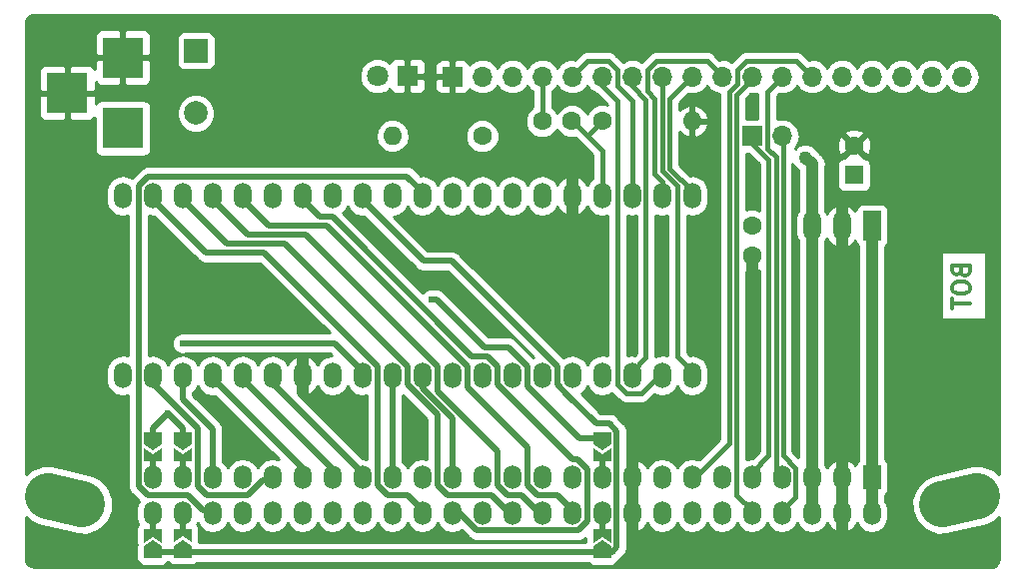
<source format=gbr>
G04 #@! TF.GenerationSoftware,KiCad,Pcbnew,(5.0.0-rc3-dev)*
G04 #@! TF.CreationDate,2019-02-11T22:12:22+01:00*
G04 #@! TF.ProjectId,Lawo 28x13,4C61776F2032387831332E6B69636164,1.1.0*
G04 #@! TF.SameCoordinates,Original*
G04 #@! TF.FileFunction,Copper,L2,Bot,Signal*
G04 #@! TF.FilePolarity,Positive*
%FSLAX46Y46*%
G04 Gerber Fmt 4.6, Leading zero omitted, Abs format (unit mm)*
G04 Created by KiCad (PCBNEW (5.0.0-rc3-dev)) date 2019 February 11, Monday 22:12:22*
%MOMM*%
%LPD*%
G01*
G04 APERTURE LIST*
G04 #@! TA.AperFunction,NonConductor*
%ADD10C,0.300000*%
G04 #@! TD*
G04 #@! TA.AperFunction,ComponentPad*
%ADD11C,1.600000*%
G04 #@! TD*
G04 #@! TA.AperFunction,ComponentPad*
%ADD12C,1.800000*%
G04 #@! TD*
G04 #@! TA.AperFunction,ComponentPad*
%ADD13R,1.800000X1.800000*%
G04 #@! TD*
G04 #@! TA.AperFunction,SMDPad,CuDef*
%ADD14C,0.300000*%
G04 #@! TD*
G04 #@! TA.AperFunction,Conductor*
%ADD15C,0.100000*%
G04 #@! TD*
G04 #@! TA.AperFunction,ComponentPad*
%ADD16O,1.600000X1.600000*%
G04 #@! TD*
G04 #@! TA.AperFunction,ComponentPad*
%ADD17O,1.501140X2.199640*%
G04 #@! TD*
G04 #@! TA.AperFunction,ComponentPad*
%ADD18R,2.000000X2.000000*%
G04 #@! TD*
G04 #@! TA.AperFunction,ComponentPad*
%ADD19C,2.000000*%
G04 #@! TD*
G04 #@! TA.AperFunction,ComponentPad*
%ADD20C,3.900000*%
G04 #@! TD*
G04 #@! TA.AperFunction,Conductor*
%ADD21C,3.900000*%
G04 #@! TD*
G04 #@! TA.AperFunction,ComponentPad*
%ADD22O,1.500000X2.000000*%
G04 #@! TD*
G04 #@! TA.AperFunction,ComponentPad*
%ADD23R,1.500000X2.000000*%
G04 #@! TD*
G04 #@! TA.AperFunction,ComponentPad*
%ADD24C,5.000000*%
G04 #@! TD*
G04 #@! TA.AperFunction,ComponentPad*
%ADD25R,3.500120X3.500120*%
G04 #@! TD*
G04 #@! TA.AperFunction,ComponentPad*
%ADD26R,1.600000X1.600000*%
G04 #@! TD*
G04 #@! TA.AperFunction,ComponentPad*
%ADD27O,1.700000X1.700000*%
G04 #@! TD*
G04 #@! TA.AperFunction,ComponentPad*
%ADD28R,1.700000X1.700000*%
G04 #@! TD*
G04 #@! TA.AperFunction,ComponentPad*
%ADD29R,1.500000X2.500000*%
G04 #@! TD*
G04 #@! TA.AperFunction,ComponentPad*
%ADD30O,1.500000X2.500000*%
G04 #@! TD*
G04 #@! TA.AperFunction,ViaPad*
%ADD31C,0.600000*%
G04 #@! TD*
G04 #@! TA.AperFunction,ViaPad*
%ADD32C,1.100000*%
G04 #@! TD*
G04 #@! TA.AperFunction,Conductor*
%ADD33C,1.000000*%
G04 #@! TD*
G04 #@! TA.AperFunction,Conductor*
%ADD34C,0.400000*%
G04 #@! TD*
G04 #@! TA.AperFunction,Conductor*
%ADD35C,0.500000*%
G04 #@! TD*
G04 #@! TA.AperFunction,Conductor*
%ADD36C,0.254000*%
G04 #@! TD*
G04 APERTURE END LIST*
D10*
X185312857Y-110510000D02*
X185384285Y-110724285D01*
X185455714Y-110795714D01*
X185598571Y-110867142D01*
X185812857Y-110867142D01*
X185955714Y-110795714D01*
X186027142Y-110724285D01*
X186098571Y-110581428D01*
X186098571Y-110010000D01*
X184598571Y-110010000D01*
X184598571Y-110510000D01*
X184670000Y-110652857D01*
X184741428Y-110724285D01*
X184884285Y-110795714D01*
X185027142Y-110795714D01*
X185170000Y-110724285D01*
X185241428Y-110652857D01*
X185312857Y-110510000D01*
X185312857Y-110010000D01*
X184598571Y-111795714D02*
X184598571Y-112081428D01*
X184670000Y-112224285D01*
X184812857Y-112367142D01*
X185098571Y-112438571D01*
X185598571Y-112438571D01*
X185884285Y-112367142D01*
X186027142Y-112224285D01*
X186098571Y-112081428D01*
X186098571Y-111795714D01*
X186027142Y-111652857D01*
X185884285Y-111510000D01*
X185598571Y-111438571D01*
X185098571Y-111438571D01*
X184812857Y-111510000D01*
X184670000Y-111652857D01*
X184598571Y-111795714D01*
X184598571Y-112867142D02*
X184598571Y-113724285D01*
X186098571Y-113295714D02*
X184598571Y-113295714D01*
D11*
G04 #@! TO.P,C3,1*
G04 #@! TO.N,+5V*
X167640000Y-106680000D03*
G04 #@! TO.P,C3,2*
G04 #@! TO.N,GND*
X167640000Y-109180000D03*
G04 #@! TD*
D12*
G04 #@! TO.P,LED1,2*
G04 #@! TO.N,Net-(LED1-Pad2)*
X135890000Y-93980000D03*
D13*
G04 #@! TO.P,LED1,1*
G04 #@! TO.N,GND*
X138430000Y-93980000D03*
G04 #@! TD*
D14*
G04 #@! TO.P,J6,1*
G04 #@! TO.N,SET_X*
X116840000Y-134355500D03*
D15*
G04 #@! TD*
G04 #@! TO.N,SET_X*
G04 #@! TO.C,J6*
G36*
X116840000Y-133355500D02*
X117590000Y-133855500D01*
X117590000Y-134855500D01*
X116090000Y-134855500D01*
X116090000Y-133855500D01*
X116840000Y-133355500D01*
X116840000Y-133355500D01*
G37*
D14*
G04 #@! TO.P,J6,2*
G04 #@! TO.N,Net-(I1-Pad50)*
X116840000Y-132905500D03*
D15*
G04 #@! TD*
G04 #@! TO.N,Net-(I1-Pad50)*
G04 #@! TO.C,J6*
G36*
X117590000Y-132405500D02*
X117590000Y-133555500D01*
X116840000Y-133055500D01*
X116090000Y-133555500D01*
X116090000Y-132405500D01*
X117590000Y-132405500D01*
X117590000Y-132405500D01*
G37*
D11*
G04 #@! TO.P,R2,1*
G04 #@! TO.N,+5V*
X144780000Y-99060000D03*
D16*
G04 #@! TO.P,R2,2*
G04 #@! TO.N,Net-(LED1-Pad2)*
X137160000Y-99060000D03*
G04 #@! TD*
D17*
G04 #@! TO.P,IC1,40*
G04 #@! TO.N,SET_4*
X114300000Y-104140000D03*
G04 #@! TO.P,IC1,39*
G04 #@! TO.N,SET_6*
X116840000Y-104140000D03*
G04 #@! TO.P,IC1,38*
G04 #@! TO.N,SET_3*
X119380000Y-104140000D03*
G04 #@! TO.P,IC1,37*
G04 #@! TO.N,SET_2*
X121920000Y-104140000D03*
G04 #@! TO.P,IC1,36*
G04 #@! TO.N,SET_1*
X124460000Y-104140000D03*
G04 #@! TO.P,IC1,35*
G04 #@! TO.N,+24V*
X127000000Y-104140000D03*
G04 #@! TO.P,IC1,34*
G04 #@! TO.N,SET_5*
X129540000Y-104140000D03*
G04 #@! TO.P,IC1,33*
G04 #@! TO.N,SET_7*
X132080000Y-104140000D03*
G04 #@! TO.P,IC1,32*
G04 #@! TO.N,SET_X*
X134620000Y-104140000D03*
G04 #@! TO.P,IC1,31*
G04 #@! TO.N,SET_12*
X137160000Y-104140000D03*
G04 #@! TO.P,IC1,30*
G04 #@! TO.N,SET_13*
X139700000Y-104140000D03*
G04 #@! TO.P,IC1,29*
G04 #@! TO.N,SET_11*
X142240000Y-104140000D03*
G04 #@! TO.P,IC1,28*
G04 #@! TO.N,SET_10*
X144780000Y-104140000D03*
G04 #@! TO.P,IC1,27*
G04 #@! TO.N,SET_9*
X147320000Y-104140000D03*
G04 #@! TO.P,IC1,26*
G04 #@! TO.N,SET_8*
X149860000Y-104140000D03*
G04 #@! TO.P,IC1,25*
G04 #@! TO.N,GND*
X152400000Y-104140000D03*
G04 #@! TO.P,IC1,24*
G04 #@! TO.N,Net-(C1-Pad2)*
X154940000Y-104140000D03*
G04 #@! TO.P,IC1,23*
G04 #@! TO.N,ROW_DATA*
X157480000Y-104140000D03*
G04 #@! TO.P,IC1,22*
G04 #@! TO.N,ROW_B1*
X160020000Y-104140000D03*
G04 #@! TO.P,IC1,21*
G04 #@! TO.N,ROW_B0*
X162560000Y-104140000D03*
G04 #@! TO.P,IC1,20*
G04 #@! TO.N,ROW_A2*
X162560000Y-119380000D03*
G04 #@! TO.P,IC1,19*
G04 #@! TO.N,ROW_A0*
X160020000Y-119380000D03*
G04 #@! TO.P,IC1,18*
G04 #@! TO.N,ROW_A1*
X157480000Y-119380000D03*
G04 #@! TO.P,IC1,17*
G04 #@! TO.N,+5V*
X154940000Y-119380000D03*
G04 #@! TO.P,IC1,16*
G04 #@! TO.N,RESET_1*
X152400000Y-119380000D03*
G04 #@! TO.P,IC1,15*
G04 #@! TO.N,RESET_2*
X149860000Y-119380000D03*
G04 #@! TO.P,IC1,14*
G04 #@! TO.N,RESET_3*
X147320000Y-119380000D03*
G04 #@! TO.P,IC1,13*
G04 #@! TO.N,RESET_4*
X144780000Y-119380000D03*
G04 #@! TO.P,IC1,12*
G04 #@! TO.N,RESET_6*
X142240000Y-119380000D03*
G04 #@! TO.P,IC1,11*
G04 #@! TO.N,RESET_5*
X139700000Y-119380000D03*
G04 #@! TO.P,IC1,10*
G04 #@! TO.N,RESET_7*
X137160000Y-119380000D03*
G04 #@! TO.P,IC1,9*
G04 #@! TO.N,RESET_X*
X134620000Y-119380000D03*
G04 #@! TO.P,IC1,8*
G04 #@! TO.N,RESET_12*
X132080000Y-119380000D03*
G04 #@! TO.P,IC1,7*
G04 #@! TO.N,GND*
X129540000Y-119380000D03*
G04 #@! TO.P,IC1,6*
G04 #@! TO.N,RESET_8*
X127000000Y-119380000D03*
G04 #@! TO.P,IC1,5*
G04 #@! TO.N,RESET_9*
X124460000Y-119380000D03*
G04 #@! TO.P,IC1,4*
G04 #@! TO.N,RESET_10*
X121920000Y-119380000D03*
G04 #@! TO.P,IC1,3*
G04 #@! TO.N,RESET_13*
X119380000Y-119380000D03*
G04 #@! TO.P,IC1,2*
G04 #@! TO.N,RESET_11*
X116840000Y-119380000D03*
G04 #@! TO.P,IC1,1*
G04 #@! TO.N,Net-(IC1-Pad1)*
X114300000Y-119380000D03*
G04 #@! TD*
D18*
G04 #@! TO.P,PWR_SW1,1*
G04 #@! TO.N,VIN*
X120500000Y-91838000D03*
D19*
G04 #@! TO.P,PWR_SW1,2*
G04 #@! TO.N,+24V*
X120500000Y-97138000D03*
G04 #@! TD*
D20*
G04 #@! TO.P,I1,*
G04 #@! TO.N,*
X185216800Y-129921000D03*
D21*
G04 #@! TD*
G04 #@! TO.N,*
G04 #@! TO.C,I1*
X183758858Y-130273713D02*
X186674742Y-129568287D01*
D20*
G04 #@! TO.P,I1,*
G04 #@! TO.N,*
X109423200Y-129921000D03*
D21*
G04 #@! TD*
G04 #@! TO.N,*
G04 #@! TO.C,I1*
X110881142Y-130273713D02*
X107965258Y-129568287D01*
D22*
G04 #@! TO.P,I1,42*
G04 #@! TO.N,SET_11*
X127000000Y-131060000D03*
G04 #@! TO.P,I1,41*
G04 #@! TO.N,RESET_11*
X127000000Y-128020000D03*
G04 #@! TO.P,I1,43*
G04 #@! TO.N,RESET_12*
X124460000Y-128020000D03*
G04 #@! TO.P,I1,44*
G04 #@! TO.N,SET_12*
X124460000Y-131060000D03*
G04 #@! TO.P,I1,46*
G04 #@! TO.N,SET_13*
X121920000Y-131060000D03*
G04 #@! TO.P,I1,45*
G04 #@! TO.N,RESET_13*
X121920000Y-128020000D03*
G04 #@! TO.P,I1,49*
G04 #@! TO.N,Net-(I1-Pad49)*
X116840000Y-128020000D03*
G04 #@! TO.P,I1,50*
G04 #@! TO.N,Net-(I1-Pad50)*
X116840000Y-131060000D03*
G04 #@! TO.P,I1,48*
G04 #@! TO.N,Net-(I1-Pad48)*
X119380000Y-131060000D03*
G04 #@! TO.P,I1,47*
G04 #@! TO.N,Net-(I1-Pad47)*
X119380000Y-128020000D03*
G04 #@! TO.P,I1,37*
G04 #@! TO.N,RESET_9*
X132080000Y-128020000D03*
G04 #@! TO.P,I1,38*
G04 #@! TO.N,SET_9*
X132080000Y-131060000D03*
G04 #@! TO.P,I1,40*
G04 #@! TO.N,SET_10*
X129540000Y-131060000D03*
G04 #@! TO.P,I1,39*
G04 #@! TO.N,RESET_10*
X129540000Y-128020000D03*
G04 #@! TO.P,I1,35*
G04 #@! TO.N,RESET_8*
X134620000Y-128020000D03*
G04 #@! TO.P,I1,36*
G04 #@! TO.N,SET_8*
X134620000Y-131060000D03*
G04 #@! TO.P,I1,34*
G04 #@! TO.N,SET_7*
X137160000Y-131060000D03*
G04 #@! TO.P,I1,33*
G04 #@! TO.N,RESET_7*
X137160000Y-128020000D03*
G04 #@! TO.P,I1,31*
G04 #@! TO.N,RESET_6*
X139700000Y-128020000D03*
G04 #@! TO.P,I1,32*
G04 #@! TO.N,SET_6*
X139700000Y-131060000D03*
G04 #@! TO.P,I1,27*
G04 #@! TO.N,RESET_4*
X144780000Y-128020000D03*
G04 #@! TO.P,I1,28*
G04 #@! TO.N,SET_4*
X144780000Y-131060000D03*
G04 #@! TO.P,I1,30*
G04 #@! TO.N,SET_5*
X142240000Y-131060000D03*
G04 #@! TO.P,I1,29*
G04 #@! TO.N,RESET_5*
X142240000Y-128020000D03*
G04 #@! TO.P,I1,25*
G04 #@! TO.N,RESET_3*
X147320000Y-128020000D03*
G04 #@! TO.P,I1,26*
G04 #@! TO.N,SET_3*
X147320000Y-131060000D03*
G04 #@! TO.P,I1,24*
G04 #@! TO.N,SET_2*
X149860000Y-131060000D03*
G04 #@! TO.P,I1,23*
G04 #@! TO.N,RESET_2*
X149860000Y-128020000D03*
G04 #@! TO.P,I1,21*
G04 #@! TO.N,RESET_1*
X152400000Y-128020000D03*
G04 #@! TO.P,I1,22*
G04 #@! TO.N,SET_1*
X152400000Y-131060000D03*
G04 #@! TO.P,I1,20*
G04 #@! TO.N,Net-(I1-Pad20)*
X154940000Y-131060000D03*
G04 #@! TO.P,I1,19*
G04 #@! TO.N,Net-(I1-Pad19)*
X154940000Y-128020000D03*
G04 #@! TO.P,I1,17*
G04 #@! TO.N,GND*
X157480000Y-128020000D03*
G04 #@! TO.P,I1,18*
X157480000Y-131060000D03*
G04 #@! TO.P,I1,16*
G04 #@! TO.N,COL_A0*
X160020000Y-131060000D03*
G04 #@! TO.P,I1,15*
G04 #@! TO.N,COL_A1*
X160020000Y-128020000D03*
G04 #@! TO.P,I1,13*
G04 #@! TO.N,COL_DATA*
X162560000Y-128020000D03*
G04 #@! TO.P,I1,14*
G04 #@! TO.N,COL_A2*
X162560000Y-131060000D03*
G04 #@! TO.P,I1,12*
G04 #@! TO.N,COL_B0*
X165100000Y-131060000D03*
G04 #@! TO.P,I1,11*
G04 #@! TO.N,COL_B1*
X165100000Y-128020000D03*
G04 #@! TO.P,I1,9*
G04 #@! TO.N,COL_ENABLE_yR*
X167640000Y-128020000D03*
G04 #@! TO.P,I1,10*
G04 #@! TO.N,COL_ENABLE_mR*
X167640000Y-131060000D03*
G04 #@! TO.P,I1,8*
G04 #@! TO.N,COL_ENABLE_zR*
X170180000Y-131060000D03*
G04 #@! TO.P,I1,7*
G04 #@! TO.N,COL_ENABLE_oR*
X170180000Y-128020000D03*
D23*
G04 #@! TO.P,I1,1*
G04 #@! TO.N,+24V*
X177800000Y-128020000D03*
D22*
G04 #@! TO.P,I1,2*
X177800000Y-131060000D03*
G04 #@! TO.P,I1,3*
G04 #@! TO.N,GND*
X175260000Y-128020000D03*
G04 #@! TO.P,I1,4*
X175260000Y-131060000D03*
G04 #@! TO.P,I1,5*
G04 #@! TO.N,+5V*
X172720000Y-128020000D03*
G04 #@! TO.P,I1,6*
X172720000Y-131060000D03*
G04 #@! TD*
D24*
G04 #@! TO.P,MTH4,1*
G04 #@! TO.N,GND*
X109220000Y-120650000D03*
G04 #@! TD*
G04 #@! TO.P,MTH2,1*
G04 #@! TO.N,GND*
X185420000Y-102870000D03*
G04 #@! TD*
G04 #@! TO.P,MTH3,1*
G04 #@! TO.N,GND*
X185420000Y-120650000D03*
G04 #@! TD*
G04 #@! TO.P,MTH1,1*
G04 #@! TO.N,GND*
X109220000Y-102870000D03*
G04 #@! TD*
D25*
G04 #@! TO.P,PWR1,1*
G04 #@! TO.N,VIN*
X114300000Y-98402140D03*
G04 #@! TO.P,PWR1,2*
G04 #@! TO.N,GND*
X114300000Y-92402660D03*
G04 #@! TO.P,PWR1,3*
X109601000Y-95402400D03*
G04 #@! TD*
D11*
G04 #@! TO.P,C1,1*
G04 #@! TO.N,ROW_ENABLE*
X149860000Y-97790000D03*
G04 #@! TO.P,C1,2*
G04 #@! TO.N,Net-(C1-Pad2)*
X152360000Y-97790000D03*
G04 #@! TD*
G04 #@! TO.P,C2,2*
G04 #@! TO.N,GND*
X176276000Y-99862000D03*
D26*
G04 #@! TO.P,C2,1*
G04 #@! TO.N,+24V*
X176276000Y-102362000D03*
G04 #@! TD*
D27*
G04 #@! TO.P,I2,18*
G04 #@! TO.N,COL_B1*
X185420000Y-94043500D03*
G04 #@! TO.P,I2,17*
G04 #@! TO.N,COL_B0*
X182880000Y-94043500D03*
G04 #@! TO.P,I2,16*
G04 #@! TO.N,COL_A2*
X180340000Y-94043500D03*
G04 #@! TO.P,I2,15*
G04 #@! TO.N,COL_A1*
X177800000Y-94043500D03*
G04 #@! TO.P,I2,14*
G04 #@! TO.N,COL_A0*
X175260000Y-94043500D03*
G04 #@! TO.P,I2,13*
G04 #@! TO.N,COL_DATA*
X172720000Y-94043500D03*
G04 #@! TO.P,I2,12*
G04 #@! TO.N,COL_ENABLE_oR*
X170180000Y-94043500D03*
G04 #@! TO.P,I2,11*
G04 #@! TO.N,COL_ENABLE_mR*
X167640000Y-94043500D03*
G04 #@! TO.P,I2,10*
G04 #@! TO.N,ROW_B1*
X165100000Y-94043500D03*
G04 #@! TO.P,I2,9*
G04 #@! TO.N,ROW_B0*
X162560000Y-94043500D03*
G04 #@! TO.P,I2,8*
G04 #@! TO.N,ROW_A2*
X160020000Y-94043500D03*
G04 #@! TO.P,I2,7*
G04 #@! TO.N,ROW_A1*
X157480000Y-94043500D03*
G04 #@! TO.P,I2,6*
G04 #@! TO.N,ROW_A0*
X154940000Y-94043500D03*
G04 #@! TO.P,I2,5*
G04 #@! TO.N,ROW_DATA*
X152400000Y-94043500D03*
G04 #@! TO.P,I2,4*
G04 #@! TO.N,ROW_ENABLE*
X149860000Y-94043500D03*
G04 #@! TO.P,I2,3*
G04 #@! TO.N,VIN*
X147320000Y-94043500D03*
G04 #@! TO.P,I2,2*
G04 #@! TO.N,+5V*
X144780000Y-94043500D03*
D28*
G04 #@! TO.P,I2,1*
G04 #@! TO.N,GND*
X142240000Y-94043500D03*
G04 #@! TD*
D16*
G04 #@! TO.P,R1,2*
G04 #@! TO.N,GND*
X162560000Y-97790000D03*
D11*
G04 #@! TO.P,R1,1*
G04 #@! TO.N,Net-(C1-Pad2)*
X154940000Y-97790000D03*
G04 #@! TD*
D14*
G04 #@! TO.P,J1,2*
G04 #@! TO.N,Net-(I1-Pad19)*
X154940000Y-126174500D03*
D15*
G04 #@! TD*
G04 #@! TO.N,Net-(I1-Pad19)*
G04 #@! TO.C,J1*
G36*
X154190000Y-126674500D02*
X154190000Y-125524500D01*
X154940000Y-126024500D01*
X155690000Y-125524500D01*
X155690000Y-126674500D01*
X154190000Y-126674500D01*
X154190000Y-126674500D01*
G37*
D14*
G04 #@! TO.P,J1,1*
G04 #@! TO.N,RESET_X*
X154940000Y-124724500D03*
D15*
G04 #@! TD*
G04 #@! TO.N,RESET_X*
G04 #@! TO.C,J1*
G36*
X154940000Y-125724500D02*
X154190000Y-125224500D01*
X154190000Y-124224500D01*
X155690000Y-124224500D01*
X155690000Y-125224500D01*
X154940000Y-125724500D01*
X154940000Y-125724500D01*
G37*
D14*
G04 #@! TO.P,J2,1*
G04 #@! TO.N,RESET_X*
X119380000Y-124724500D03*
D15*
G04 #@! TD*
G04 #@! TO.N,RESET_X*
G04 #@! TO.C,J2*
G36*
X119380000Y-125724500D02*
X118630000Y-125224500D01*
X118630000Y-124224500D01*
X120130000Y-124224500D01*
X120130000Y-125224500D01*
X119380000Y-125724500D01*
X119380000Y-125724500D01*
G37*
D14*
G04 #@! TO.P,J2,2*
G04 #@! TO.N,Net-(I1-Pad47)*
X119380000Y-126174500D03*
D15*
G04 #@! TD*
G04 #@! TO.N,Net-(I1-Pad47)*
G04 #@! TO.C,J2*
G36*
X118630000Y-126674500D02*
X118630000Y-125524500D01*
X119380000Y-126024500D01*
X120130000Y-125524500D01*
X120130000Y-126674500D01*
X118630000Y-126674500D01*
X118630000Y-126674500D01*
G37*
D14*
G04 #@! TO.P,J3,1*
G04 #@! TO.N,RESET_X*
X116840000Y-124724500D03*
D15*
G04 #@! TD*
G04 #@! TO.N,RESET_X*
G04 #@! TO.C,J3*
G36*
X116840000Y-125724500D02*
X116090000Y-125224500D01*
X116090000Y-124224500D01*
X117590000Y-124224500D01*
X117590000Y-125224500D01*
X116840000Y-125724500D01*
X116840000Y-125724500D01*
G37*
D14*
G04 #@! TO.P,J3,2*
G04 #@! TO.N,Net-(I1-Pad49)*
X116840000Y-126174500D03*
D15*
G04 #@! TD*
G04 #@! TO.N,Net-(I1-Pad49)*
G04 #@! TO.C,J3*
G36*
X116090000Y-126674500D02*
X116090000Y-125524500D01*
X116840000Y-126024500D01*
X117590000Y-125524500D01*
X117590000Y-126674500D01*
X116090000Y-126674500D01*
X116090000Y-126674500D01*
G37*
D14*
G04 #@! TO.P,J4,2*
G04 #@! TO.N,Net-(I1-Pad20)*
X154940000Y-132905500D03*
D15*
G04 #@! TD*
G04 #@! TO.N,Net-(I1-Pad20)*
G04 #@! TO.C,J4*
G36*
X155690000Y-132405500D02*
X155690000Y-133555500D01*
X154940000Y-133055500D01*
X154190000Y-133555500D01*
X154190000Y-132405500D01*
X155690000Y-132405500D01*
X155690000Y-132405500D01*
G37*
D14*
G04 #@! TO.P,J4,1*
G04 #@! TO.N,SET_X*
X154940000Y-134355500D03*
D15*
G04 #@! TD*
G04 #@! TO.N,SET_X*
G04 #@! TO.C,J4*
G36*
X154940000Y-133355500D02*
X155690000Y-133855500D01*
X155690000Y-134855500D01*
X154190000Y-134855500D01*
X154190000Y-133855500D01*
X154940000Y-133355500D01*
X154940000Y-133355500D01*
G37*
D14*
G04 #@! TO.P,J5,2*
G04 #@! TO.N,Net-(I1-Pad48)*
X119380000Y-132879000D03*
D15*
G04 #@! TD*
G04 #@! TO.N,Net-(I1-Pad48)*
G04 #@! TO.C,J5*
G36*
X120130000Y-132379000D02*
X120130000Y-133529000D01*
X119380000Y-133029000D01*
X118630000Y-133529000D01*
X118630000Y-132379000D01*
X120130000Y-132379000D01*
X120130000Y-132379000D01*
G37*
D14*
G04 #@! TO.P,J5,1*
G04 #@! TO.N,SET_X*
X119380000Y-134329000D03*
D15*
G04 #@! TD*
G04 #@! TO.N,SET_X*
G04 #@! TO.C,J5*
G36*
X119380000Y-133329000D02*
X120130000Y-133829000D01*
X120130000Y-134829000D01*
X118630000Y-134829000D01*
X118630000Y-133829000D01*
X119380000Y-133329000D01*
X119380000Y-133329000D01*
G37*
D29*
G04 #@! TO.P,U1,1*
G04 #@! TO.N,+24V*
X177800000Y-106680000D03*
D30*
G04 #@! TO.P,U1,2*
G04 #@! TO.N,GND*
X175260000Y-106680000D03*
G04 #@! TO.P,U1,3*
G04 #@! TO.N,+5V*
X172720000Y-106680000D03*
G04 #@! TD*
D27*
G04 #@! TO.P,I3,2*
G04 #@! TO.N,COL_ENABLE_zR*
X170180000Y-99060000D03*
D28*
G04 #@! TO.P,I3,1*
G04 #@! TO.N,COL_ENABLE_yR*
X167640000Y-99060000D03*
G04 #@! TD*
D31*
G04 #@! TO.N,GND*
X160020000Y-106680000D03*
X157480000Y-106680000D03*
X152400000Y-106680000D03*
X175260000Y-125730000D03*
X138430000Y-122174000D03*
X134620000Y-125730000D03*
X138430000Y-125730000D03*
X143510000Y-133286500D03*
X124460000Y-125730000D03*
X160020000Y-116840000D03*
X139700000Y-106680000D03*
X121920000Y-122174000D03*
X143510000Y-106680000D03*
X146050000Y-106680000D03*
X148590000Y-106680000D03*
X148590000Y-96012000D03*
X133350000Y-122174000D03*
X167640000Y-96774000D03*
X163830000Y-116840000D03*
X163830000Y-106680000D03*
X175260000Y-119380000D03*
X151130000Y-96012000D03*
X175260000Y-109220000D03*
X154940000Y-116840000D03*
X175260000Y-104140000D03*
X125730000Y-113030000D03*
X125730000Y-114300000D03*
X124460000Y-114300000D03*
X119380000Y-114300000D03*
X118110000Y-114300000D03*
X118110000Y-113030000D03*
X118110000Y-115570000D03*
X121920000Y-111760000D03*
X120650000Y-110490000D03*
X123190000Y-110490000D03*
X121920000Y-110490000D03*
X152400000Y-116840000D03*
X125730000Y-115570000D03*
X167640000Y-116840000D03*
X167640000Y-104140000D03*
X147320000Y-96012000D03*
X147955000Y-96774000D03*
X170180000Y-96774000D03*
X175260000Y-96774000D03*
X172720000Y-96774000D03*
X167640000Y-125730000D03*
X134620000Y-106680000D03*
X171323000Y-125730000D03*
X171323000Y-109220000D03*
X171323000Y-104140000D03*
X139700000Y-111252000D03*
D32*
G04 #@! TO.N,+5V*
X172148490Y-100901500D03*
D31*
G04 #@! TO.N,RESET_X*
X118110000Y-122555010D03*
X140461996Y-112903000D03*
X119380000Y-116649500D03*
G04 #@! TD*
D33*
G04 #@! TO.N,GND*
X175260000Y-130810000D02*
X175260000Y-128270000D01*
X157480000Y-130810000D02*
X157480000Y-128270000D01*
X175260000Y-109039000D02*
X175260000Y-128270000D01*
X175260000Y-107039000D02*
X175260000Y-109039000D01*
X157480000Y-128270000D02*
X157480000Y-125984000D01*
X157480000Y-130810000D02*
X157480000Y-133096000D01*
X175260000Y-130810000D02*
X175260000Y-133096000D01*
X152400000Y-104140000D02*
X152400000Y-102616000D01*
X152400000Y-104140000D02*
X152400000Y-105664000D01*
X129540000Y-119380000D02*
X129540000Y-117983000D01*
X175260000Y-107039000D02*
X175260000Y-105092500D01*
X129540000Y-119507000D02*
X129540000Y-120777000D01*
X167640000Y-109180000D02*
X167640000Y-110311370D01*
G04 #@! TO.N,+24V*
X177800000Y-128270000D02*
X177800000Y-130810000D01*
X177800000Y-109039000D02*
X177800000Y-128270000D01*
X177800000Y-107039000D02*
X177800000Y-109039000D01*
G04 #@! TO.N,+5V*
X172720000Y-128270000D02*
X172720000Y-130810000D01*
X172720000Y-128270000D02*
X172720000Y-101473010D01*
X172720000Y-101473010D02*
X172698489Y-101451499D01*
X172698489Y-101451499D02*
X172148490Y-100901500D01*
D34*
G04 #@! TO.N,ROW_ENABLE*
X149860000Y-97750000D02*
X149900000Y-97790000D01*
X149860000Y-94043500D02*
X149860000Y-97790000D01*
D35*
G04 #@! TO.N,RESET_11*
X116840000Y-120015000D02*
X116840000Y-119380000D01*
X120650000Y-123825000D02*
X116840000Y-120015000D01*
X121412000Y-129540000D02*
X120650000Y-128778000D01*
X120650000Y-128778000D02*
X120650000Y-123825000D01*
X124887070Y-129540000D02*
X121412000Y-129540000D01*
X126157070Y-128270000D02*
X124887070Y-129540000D01*
X127000000Y-128270000D02*
X126157070Y-128270000D01*
G04 #@! TO.N,RESET_12*
X124460000Y-127349250D02*
X124460000Y-128270000D01*
X132080000Y-119380000D02*
X132080000Y-119729250D01*
G04 #@! TO.N,RESET_13*
X121920000Y-123952000D02*
X119380000Y-121412000D01*
X119380000Y-121412000D02*
X119380000Y-119380000D01*
X121920000Y-128270000D02*
X121920000Y-123952000D01*
G04 #@! TO.N,SET_13*
X139700000Y-103790750D02*
X139700000Y-104140000D01*
X138399420Y-102490170D02*
X139700000Y-103790750D01*
X116442704Y-102490170D02*
X138399420Y-102490170D01*
X115639420Y-128766490D02*
X115639420Y-103293454D01*
X115639420Y-103293454D02*
X116442704Y-102490170D01*
X116412930Y-129540000D02*
X115639420Y-128766490D01*
X119807070Y-129540000D02*
X116412930Y-129540000D01*
X121077070Y-130810000D02*
X119807070Y-129540000D01*
X121920000Y-130810000D02*
X121077070Y-130810000D01*
G04 #@! TO.N,RESET_9*
X124460000Y-119729250D02*
X124460000Y-119380000D01*
X132080000Y-128270000D02*
X132080000Y-127349250D01*
X132080000Y-127349250D02*
X124460000Y-119729250D01*
G04 #@! TO.N,RESET_10*
X129540000Y-127254000D02*
X129540000Y-128270000D01*
X121920000Y-119634000D02*
X129540000Y-127254000D01*
X121920000Y-119380000D02*
X121920000Y-119634000D01*
G04 #@! TO.N,RESET_8*
X127000000Y-120015000D02*
X127000000Y-119380000D01*
X134620000Y-127635000D02*
X127000000Y-120015000D01*
X134620000Y-128270000D02*
X134620000Y-127635000D01*
G04 #@! TO.N,RESET_7*
X137160000Y-119380000D02*
X137160000Y-128270000D01*
G04 #@! TO.N,SET_6*
X138430000Y-129540000D02*
X139700000Y-130810000D01*
X136732930Y-129540000D02*
X138430000Y-129540000D01*
X126253126Y-108966000D02*
X135890000Y-118602874D01*
X116840000Y-104140000D02*
X116840000Y-104489250D01*
X135890000Y-118602874D02*
X135890000Y-128697070D01*
X135890000Y-128697070D02*
X136732930Y-129540000D01*
X121316750Y-108966000D02*
X126253126Y-108966000D01*
X116840000Y-104489250D02*
X121316750Y-108966000D01*
G04 #@! TO.N,RESET_5*
X139700000Y-119380000D02*
X139700000Y-120433464D01*
X139700000Y-120433464D02*
X142240000Y-122973464D01*
X142240000Y-122973464D02*
X142240000Y-128270000D01*
G04 #@! TO.N,SET_5*
X142557500Y-130810000D02*
X142240000Y-130810000D01*
X153670000Y-131737070D02*
X152897060Y-132510010D01*
X153670000Y-127342930D02*
X153670000Y-131737070D01*
X152819070Y-126492000D02*
X153670000Y-127342930D01*
X146119420Y-120226546D02*
X152384874Y-126492000D01*
X152384874Y-126492000D02*
X152819070Y-126492000D01*
X146119420Y-120211420D02*
X146119420Y-120226546D01*
X144257510Y-132510010D02*
X142557500Y-130810000D01*
X146050000Y-120142000D02*
X146119420Y-120211420D01*
X143891000Y-117729000D02*
X145176126Y-117729000D01*
X146050000Y-118602874D02*
X146050000Y-120142000D01*
X130968750Y-105918000D02*
X132080000Y-105918000D01*
X145176126Y-117729000D02*
X146050000Y-118602874D01*
X129540000Y-104489250D02*
X130968750Y-105918000D01*
X132080000Y-105918000D02*
X143891000Y-117729000D01*
X152897060Y-132510010D02*
X144257510Y-132510010D01*
X129540000Y-104140000D02*
X129540000Y-104489250D01*
G04 #@! TO.N,SET_3*
X119380000Y-104489250D02*
X119380000Y-104140000D01*
X123094750Y-108204000D02*
X119380000Y-104489250D01*
X138430000Y-118591964D02*
X128042036Y-108204000D01*
X140970000Y-122697126D02*
X138499420Y-120226546D01*
X128042036Y-108204000D02*
X123094750Y-108204000D01*
X138499420Y-120226546D02*
X138499420Y-120211420D01*
X138430000Y-120142000D02*
X138430000Y-118591964D01*
X140970000Y-128697070D02*
X140970000Y-122697126D01*
X145542000Y-129540000D02*
X141812930Y-129540000D01*
X138499420Y-120211420D02*
X138430000Y-120142000D01*
X141812930Y-129540000D02*
X140970000Y-128697070D01*
X146812000Y-130810000D02*
X145542000Y-129540000D01*
X147320000Y-130810000D02*
X146812000Y-130810000D01*
G04 #@! TO.N,SET_2*
X140970000Y-120713500D02*
X140970000Y-118602874D01*
X146050000Y-125793500D02*
X140970000Y-120713500D01*
X124872750Y-107442000D02*
X121920000Y-104489250D01*
X129809126Y-107442000D02*
X124872750Y-107442000D01*
X146892930Y-129540000D02*
X146050000Y-128697070D01*
X140970000Y-118602874D02*
X129809126Y-107442000D01*
X148082000Y-129540000D02*
X146892930Y-129540000D01*
X149860000Y-130810000D02*
X149352000Y-130810000D01*
X146050000Y-128697070D02*
X146050000Y-125793500D01*
X121920000Y-104489250D02*
X121920000Y-104140000D01*
X149352000Y-130810000D02*
X148082000Y-129540000D01*
G04 #@! TO.N,SET_1*
X149432930Y-129540000D02*
X151130000Y-129540000D01*
X148590000Y-128697070D02*
X149432930Y-129540000D01*
X148590000Y-125476000D02*
X148590000Y-128697070D01*
X143510000Y-120396000D02*
X148590000Y-125476000D01*
X126650750Y-106680000D02*
X131587126Y-106680000D01*
X143510000Y-118602874D02*
X143510000Y-120396000D01*
X151130000Y-129540000D02*
X152400000Y-130810000D01*
X131587126Y-106680000D02*
X143510000Y-118602874D01*
X124460000Y-104489250D02*
X126650750Y-106680000D01*
X124460000Y-104140000D02*
X124460000Y-104489250D01*
D34*
G04 #@! TO.N,COL_A1*
X160528000Y-128270000D02*
X160020000Y-128270000D01*
G04 #@! TO.N,COL_DATA*
X171386500Y-92710000D02*
X167123498Y-92710000D01*
X172720000Y-94043500D02*
X171386500Y-92710000D01*
X167123498Y-92710000D02*
X166350001Y-93483497D01*
X166350001Y-93483497D02*
X166350001Y-94675457D01*
X166350001Y-94675457D02*
X165735000Y-95290457D01*
X165735000Y-95290457D02*
X165735000Y-125095000D01*
X165735000Y-125095000D02*
X162560000Y-128270000D01*
G04 #@! TO.N,COL_ENABLE_oR*
X168929999Y-95293501D02*
X168929999Y-100136457D01*
X169643489Y-100849947D02*
X169643489Y-127733489D01*
X168929999Y-100136457D02*
X169643489Y-100849947D01*
X170180000Y-94043500D02*
X168929999Y-95293501D01*
X169643489Y-127733489D02*
X170180000Y-128270000D01*
G04 #@! TO.N,COL_ENABLE_mR*
X166335011Y-129505011D02*
X166335011Y-95538989D01*
X167640000Y-130810000D02*
X166335011Y-129505011D01*
X166335011Y-95538989D02*
X167640000Y-94234000D01*
X167640000Y-94234000D02*
X167640000Y-94043500D01*
G04 #@! TO.N,ROW_A0*
X158242000Y-120904000D02*
X159766000Y-119380000D01*
X156972000Y-120904000D02*
X158242000Y-120904000D01*
X159766000Y-119380000D02*
X160020000Y-119380000D01*
X156210000Y-120142000D02*
X156972000Y-120904000D01*
X154940000Y-94805500D02*
X156210000Y-96075500D01*
X156210000Y-96075500D02*
X156210000Y-120142000D01*
X154940000Y-93980000D02*
X154940000Y-94805500D01*
G04 #@! TO.N,ROW_A1*
X158630570Y-95979112D02*
X158630570Y-117880180D01*
X157480000Y-93980000D02*
X157480000Y-94828542D01*
X158630570Y-117880180D02*
X157480000Y-119030750D01*
X157480000Y-94828542D02*
X158630570Y-95979112D01*
X157480000Y-119030750D02*
X157480000Y-119380000D01*
G04 #@! TO.N,ROW_A2*
X160027989Y-93987989D02*
X160020000Y-93980000D01*
X160027989Y-102028886D02*
X160027989Y-93987989D01*
X161290000Y-103290897D02*
X160027989Y-102028886D01*
X161290000Y-117760750D02*
X161290000Y-103290897D01*
X162560000Y-119030750D02*
X161290000Y-117760750D01*
X162560000Y-119380000D02*
X162560000Y-119030750D01*
G04 #@! TO.N,ROW_B0*
X162560000Y-103712355D02*
X162560000Y-104140000D01*
X160655000Y-101807355D02*
X162560000Y-103712355D01*
X160655000Y-95885000D02*
X160655000Y-101807355D01*
X162560000Y-93980000D02*
X160655000Y-95885000D01*
G04 #@! TO.N,ROW_B1*
X160020000Y-102933500D02*
X160020000Y-104140000D01*
X159385000Y-102298500D02*
X160020000Y-102933500D01*
X159385000Y-95885000D02*
X159385000Y-102298500D01*
X159512000Y-92710000D02*
X158750000Y-93472000D01*
X163830000Y-92710000D02*
X159512000Y-92710000D01*
X165100000Y-93980000D02*
X163830000Y-92710000D01*
X158750000Y-95250000D02*
X159385000Y-95885000D01*
X158750000Y-93472000D02*
X158750000Y-95250000D01*
G04 #@! TO.N,ROW_DATA*
X157480000Y-96075500D02*
X157480000Y-104140000D01*
X153670000Y-92710000D02*
X155448000Y-92710000D01*
X156210000Y-94805500D02*
X157480000Y-96075500D01*
X156210000Y-93472000D02*
X156210000Y-94805500D01*
X155448000Y-92710000D02*
X156210000Y-93472000D01*
X152400000Y-93980000D02*
X153670000Y-92710000D01*
G04 #@! TO.N,Net-(C1-Pad2)*
X154940000Y-104140000D02*
X154940000Y-100330000D01*
X154140001Y-98589999D02*
X153670000Y-99060000D01*
X154940000Y-97790000D02*
X154140001Y-98589999D01*
X154940000Y-100330000D02*
X153670000Y-99060000D01*
X153670000Y-99060000D02*
X152400000Y-97790000D01*
D35*
G04 #@! TO.N,Net-(I1-Pad49)*
X116840000Y-128270000D02*
X116840000Y-126619000D01*
G04 #@! TO.N,Net-(I1-Pad50)*
X116840000Y-130810000D02*
X116840000Y-132554052D01*
G04 #@! TO.N,Net-(I1-Pad48)*
X119380000Y-130810000D02*
X119380000Y-132554052D01*
G04 #@! TO.N,Net-(I1-Pad47)*
X119380000Y-128270000D02*
X119380000Y-126619000D01*
G04 #@! TO.N,Net-(I1-Pad20)*
X154940000Y-130843948D02*
X154940000Y-132588000D01*
G04 #@! TO.N,Net-(I1-Pad19)*
X154940000Y-128270000D02*
X154940000Y-126619000D01*
G04 #@! TO.N,RESET_X*
X119380000Y-123825010D02*
X118110000Y-122555010D01*
X119380000Y-124724500D02*
X119380000Y-123825010D01*
X116840000Y-123825010D02*
X118110000Y-122555010D01*
X116840000Y-124724500D02*
X116840000Y-123825010D01*
X140886260Y-112903000D02*
X140461996Y-112903000D01*
X144950260Y-116967000D02*
X140886260Y-112903000D01*
X146954126Y-116967000D02*
X144950260Y-116967000D01*
X148590000Y-118602874D02*
X146954126Y-116967000D01*
X148590000Y-120269000D02*
X148590000Y-118602874D01*
X153045500Y-124724500D02*
X148590000Y-120269000D01*
X154940000Y-124724500D02*
X153045500Y-124724500D01*
X132238750Y-116649500D02*
X119804264Y-116649500D01*
X119804264Y-116649500D02*
X119380000Y-116649500D01*
X134620000Y-119380000D02*
X134620000Y-119030750D01*
X134620000Y-119030750D02*
X132238750Y-116649500D01*
G04 #@! TO.N,SET_X*
X117690000Y-134355500D02*
X116840000Y-134355500D01*
X119406500Y-134355500D02*
X119380000Y-134329000D01*
X154940000Y-134355500D02*
X119406500Y-134355500D01*
X116866500Y-134329000D02*
X116840000Y-134355500D01*
X119380000Y-134329000D02*
X116866500Y-134329000D01*
X155790000Y-134355500D02*
X154940000Y-134355500D01*
X156179990Y-124078078D02*
X156179990Y-133965510D01*
X155545912Y-123444000D02*
X156179990Y-124078078D01*
X151902704Y-120929830D02*
X151917830Y-120929830D01*
X156179990Y-133965510D02*
X155790000Y-134355500D01*
X134620000Y-104489250D02*
X139795250Y-109664500D01*
X151199420Y-120226546D02*
X151902704Y-120929830D01*
X151199420Y-120211420D02*
X151199420Y-120226546D01*
X151130000Y-120142000D02*
X151199420Y-120211420D01*
X154432000Y-123444000D02*
X155545912Y-123444000D01*
X151917830Y-120929830D02*
X154432000Y-123444000D01*
X151130000Y-118602874D02*
X151130000Y-120142000D01*
X139795250Y-109664500D02*
X142191626Y-109664500D01*
X142191626Y-109664500D02*
X151130000Y-118602874D01*
X134620000Y-104140000D02*
X134620000Y-104489250D01*
D34*
G04 #@! TO.N,COL_ENABLE_zR*
X171330010Y-127261010D02*
X171330010Y-129659990D01*
X171330010Y-129659990D02*
X170180000Y-130810000D01*
X170243500Y-126174500D02*
X171330010Y-127261010D01*
X170243500Y-99123500D02*
X170243500Y-126174500D01*
X170180000Y-99060000D02*
X170243500Y-99123500D01*
G04 #@! TO.N,COL_ENABLE_yR*
X167640000Y-127571500D02*
X167640000Y-128270000D01*
X169043478Y-126168022D02*
X167640000Y-127571500D01*
X169043478Y-101098478D02*
X169043478Y-126168022D01*
X167640000Y-99695000D02*
X169043478Y-101098478D01*
X167640000Y-99060000D02*
X167640000Y-99695000D01*
G04 #@! TD*
D36*
G04 #@! TO.N,GND*
G36*
X188156466Y-88868209D02*
X188329238Y-88967959D01*
X188457474Y-89120785D01*
X188536173Y-89337009D01*
X188545001Y-89437914D01*
X188545000Y-127776506D01*
X188047937Y-127318633D01*
X187082503Y-126964378D01*
X186314361Y-126995901D01*
X182903555Y-127821061D01*
X182205947Y-128144140D01*
X181509204Y-128900518D01*
X181154949Y-129865952D01*
X181197116Y-130893463D01*
X181629285Y-131826624D01*
X182385663Y-132523367D01*
X183351097Y-132877622D01*
X184119238Y-132846099D01*
X187530045Y-132020939D01*
X188227653Y-131697860D01*
X188545000Y-131353351D01*
X188545000Y-134941072D01*
X188499791Y-135197466D01*
X188400041Y-135370238D01*
X188247215Y-135498474D01*
X188030992Y-135577173D01*
X187930097Y-135586000D01*
X106739927Y-135586000D01*
X106483534Y-135540791D01*
X106310762Y-135441041D01*
X106182526Y-135288215D01*
X106103827Y-135071992D01*
X106095000Y-134971097D01*
X106095000Y-131353351D01*
X106412347Y-131697860D01*
X107109955Y-132020939D01*
X110520761Y-132846099D01*
X111288903Y-132877622D01*
X112254337Y-132523367D01*
X113010715Y-131826624D01*
X113442884Y-130893463D01*
X113485051Y-129865951D01*
X113130796Y-128900518D01*
X112434053Y-128144140D01*
X111736445Y-127821061D01*
X108325638Y-126995901D01*
X107557497Y-126964378D01*
X106592063Y-127318633D01*
X106095000Y-127776506D01*
X106095000Y-103654288D01*
X112914430Y-103654288D01*
X112914430Y-104625713D01*
X112994822Y-105029872D01*
X113301061Y-105488190D01*
X113759379Y-105794428D01*
X114300000Y-105901964D01*
X114754421Y-105811574D01*
X114754420Y-117708426D01*
X114300000Y-117618036D01*
X113759378Y-117725572D01*
X113301060Y-118031811D01*
X112994822Y-118490129D01*
X112914430Y-118894288D01*
X112914430Y-119865713D01*
X112994822Y-120269872D01*
X113301061Y-120728190D01*
X113759379Y-121034428D01*
X114300000Y-121141964D01*
X114754420Y-121051575D01*
X114754420Y-128679329D01*
X114737083Y-128766490D01*
X114754420Y-128853651D01*
X114754420Y-128853654D01*
X114805768Y-129111799D01*
X115001371Y-129404539D01*
X115075267Y-129453915D01*
X115677790Y-130056438D01*
X115535359Y-130269600D01*
X115455000Y-130673593D01*
X115455000Y-131446406D01*
X115535359Y-131850399D01*
X115616279Y-131971505D01*
X115491843Y-132157735D01*
X115442560Y-132405500D01*
X115442560Y-133555500D01*
X115478574Y-133674445D01*
X115442560Y-133855500D01*
X115442560Y-134855500D01*
X115491843Y-135103265D01*
X115632191Y-135313309D01*
X115842235Y-135453657D01*
X116090000Y-135502940D01*
X117590000Y-135502940D01*
X117837765Y-135453657D01*
X118047809Y-135313309D01*
X118114166Y-135214000D01*
X118123541Y-135214000D01*
X118172191Y-135286809D01*
X118382235Y-135427157D01*
X118630000Y-135476440D01*
X120130000Y-135476440D01*
X120377765Y-135427157D01*
X120587809Y-135286809D01*
X120618752Y-135240500D01*
X153683541Y-135240500D01*
X153732191Y-135313309D01*
X153942235Y-135453657D01*
X154190000Y-135502940D01*
X155690000Y-135502940D01*
X155937765Y-135453657D01*
X156147809Y-135313309D01*
X156288157Y-135103265D01*
X156291883Y-135084533D01*
X156428049Y-134993549D01*
X156477425Y-134919653D01*
X156744143Y-134652935D01*
X156818039Y-134603559D01*
X157013642Y-134310820D01*
X157064990Y-134052675D01*
X157064990Y-134052671D01*
X157082327Y-133965511D01*
X157064990Y-133878351D01*
X157064990Y-132638823D01*
X157138815Y-132652318D01*
X157353000Y-132529656D01*
X157353000Y-131187000D01*
X157333000Y-131187000D01*
X157333000Y-130933000D01*
X157353000Y-130933000D01*
X157353000Y-129590344D01*
X157265092Y-129540000D01*
X157353000Y-129489656D01*
X157353000Y-128147000D01*
X157333000Y-128147000D01*
X157333000Y-127893000D01*
X157353000Y-127893000D01*
X157353000Y-126550344D01*
X157138815Y-126427682D01*
X157064990Y-126441177D01*
X157064990Y-124165239D01*
X157082327Y-124078078D01*
X157064990Y-123990917D01*
X157064990Y-123990913D01*
X157013642Y-123732768D01*
X156818039Y-123440029D01*
X156744146Y-123390655D01*
X156233337Y-122879846D01*
X156183961Y-122805951D01*
X155891222Y-122610348D01*
X155633077Y-122559000D01*
X155633073Y-122559000D01*
X155545912Y-122541663D01*
X155458751Y-122559000D01*
X154798579Y-122559000D01*
X153140471Y-120900893D01*
X153398940Y-120728190D01*
X153670000Y-120322520D01*
X153941061Y-120728190D01*
X154399379Y-121034428D01*
X154940000Y-121141964D01*
X155480622Y-121034428D01*
X155744946Y-120857813D01*
X156323414Y-121436282D01*
X156369999Y-121506001D01*
X156646199Y-121690552D01*
X156889763Y-121739000D01*
X156972000Y-121755358D01*
X157054237Y-121739000D01*
X158159767Y-121739000D01*
X158242000Y-121755357D01*
X158324233Y-121739000D01*
X158324237Y-121739000D01*
X158567801Y-121690552D01*
X158844001Y-121506001D01*
X158890587Y-121436280D01*
X159367317Y-120959551D01*
X159479379Y-121034428D01*
X160020000Y-121141964D01*
X160560622Y-121034428D01*
X161018940Y-120728190D01*
X161290000Y-120322520D01*
X161561061Y-120728190D01*
X162019379Y-121034428D01*
X162560000Y-121141964D01*
X163100622Y-121034428D01*
X163558940Y-120728190D01*
X163865178Y-120269872D01*
X163945570Y-119865712D01*
X163945570Y-118894287D01*
X163865178Y-118490128D01*
X163558939Y-118031810D01*
X163100621Y-117725572D01*
X162560000Y-117618036D01*
X162366619Y-117656502D01*
X162125000Y-117414883D01*
X162125000Y-105815437D01*
X162560000Y-105901964D01*
X163100622Y-105794428D01*
X163558940Y-105488190D01*
X163865178Y-105029872D01*
X163945570Y-104625712D01*
X163945570Y-103654287D01*
X163865178Y-103250128D01*
X163558939Y-102791810D01*
X163100621Y-102485572D01*
X162560000Y-102378036D01*
X162432008Y-102403495D01*
X161490000Y-101461488D01*
X161490000Y-98705197D01*
X161704866Y-98942389D01*
X162210959Y-99181914D01*
X162433000Y-99060629D01*
X162433000Y-97917000D01*
X162687000Y-97917000D01*
X162687000Y-99060629D01*
X162909041Y-99181914D01*
X163415134Y-98942389D01*
X163791041Y-98527423D01*
X163951904Y-98139039D01*
X163829915Y-97917000D01*
X162687000Y-97917000D01*
X162433000Y-97917000D01*
X162413000Y-97917000D01*
X162413000Y-97663000D01*
X162433000Y-97663000D01*
X162433000Y-96519371D01*
X162687000Y-96519371D01*
X162687000Y-97663000D01*
X163829915Y-97663000D01*
X163951904Y-97440961D01*
X163791041Y-97052577D01*
X163415134Y-96637611D01*
X162909041Y-96398086D01*
X162687000Y-96519371D01*
X162433000Y-96519371D01*
X162210959Y-96398086D01*
X161704866Y-96637611D01*
X161490000Y-96874803D01*
X161490000Y-96230867D01*
X162229096Y-95491771D01*
X162413744Y-95528500D01*
X162706256Y-95528500D01*
X163139418Y-95442339D01*
X163630625Y-95114125D01*
X163830000Y-94815739D01*
X164029375Y-95114125D01*
X164520582Y-95442339D01*
X164900000Y-95517810D01*
X164900001Y-124749131D01*
X163150379Y-126498754D01*
X163100400Y-126465359D01*
X162560000Y-126357867D01*
X162019601Y-126465359D01*
X161561472Y-126771471D01*
X161290000Y-127177757D01*
X161018529Y-126771471D01*
X160560400Y-126465359D01*
X160020000Y-126357867D01*
X159479601Y-126465359D01*
X159021472Y-126771471D01*
X158741447Y-127190557D01*
X158729964Y-127148279D01*
X158396894Y-126717264D01*
X157924235Y-126446519D01*
X157821185Y-126427682D01*
X157607000Y-126550344D01*
X157607000Y-127893000D01*
X157627000Y-127893000D01*
X157627000Y-128147000D01*
X157607000Y-128147000D01*
X157607000Y-129489656D01*
X157694908Y-129540000D01*
X157607000Y-129590344D01*
X157607000Y-130933000D01*
X157627000Y-130933000D01*
X157627000Y-131187000D01*
X157607000Y-131187000D01*
X157607000Y-132529656D01*
X157821185Y-132652318D01*
X157924235Y-132633481D01*
X158396894Y-132362736D01*
X158729964Y-131931721D01*
X158741447Y-131889443D01*
X159021471Y-132308528D01*
X159479600Y-132614641D01*
X160020000Y-132722133D01*
X160560399Y-132614641D01*
X161018528Y-132308529D01*
X161290000Y-131902243D01*
X161561471Y-132308528D01*
X162019600Y-132614641D01*
X162560000Y-132722133D01*
X163100399Y-132614641D01*
X163558528Y-132308529D01*
X163830000Y-131902243D01*
X164101471Y-132308528D01*
X164559600Y-132614641D01*
X165100000Y-132722133D01*
X165640399Y-132614641D01*
X166098528Y-132308529D01*
X166370000Y-131902243D01*
X166641471Y-132308528D01*
X167099600Y-132614641D01*
X167640000Y-132722133D01*
X168180399Y-132614641D01*
X168638528Y-132308529D01*
X168910000Y-131902243D01*
X169181471Y-132308528D01*
X169639600Y-132614641D01*
X170180000Y-132722133D01*
X170720399Y-132614641D01*
X171178528Y-132308529D01*
X171450000Y-131902243D01*
X171721471Y-132308528D01*
X172179600Y-132614641D01*
X172720000Y-132722133D01*
X173260399Y-132614641D01*
X173718528Y-132308529D01*
X173998553Y-131889443D01*
X174010036Y-131931721D01*
X174343106Y-132362736D01*
X174815765Y-132633481D01*
X174918815Y-132652318D01*
X175133000Y-132529656D01*
X175133000Y-131187000D01*
X175113000Y-131187000D01*
X175113000Y-130933000D01*
X175133000Y-130933000D01*
X175133000Y-129590344D01*
X175045092Y-129540000D01*
X175133000Y-129489656D01*
X175133000Y-128147000D01*
X175113000Y-128147000D01*
X175113000Y-127893000D01*
X175133000Y-127893000D01*
X175133000Y-126550344D01*
X174918815Y-126427682D01*
X174815765Y-126446519D01*
X174343106Y-126717264D01*
X174010036Y-127148279D01*
X173998553Y-127190557D01*
X173855000Y-126975715D01*
X173855000Y-107974285D01*
X174005742Y-107748684D01*
X174029028Y-107827349D01*
X174370460Y-108249145D01*
X174847316Y-108508173D01*
X174918815Y-108522318D01*
X175133000Y-108399656D01*
X175133000Y-106807000D01*
X175113000Y-106807000D01*
X175113000Y-106553000D01*
X175133000Y-106553000D01*
X175133000Y-104960344D01*
X175387000Y-104960344D01*
X175387000Y-106553000D01*
X175407000Y-106553000D01*
X175407000Y-106807000D01*
X175387000Y-106807000D01*
X175387000Y-108399656D01*
X175601185Y-108522318D01*
X175672684Y-108508173D01*
X176149540Y-108249145D01*
X176403609Y-107935275D01*
X176451843Y-108177765D01*
X176592191Y-108387809D01*
X176665001Y-108436459D01*
X176665001Y-108927213D01*
X176665000Y-108927218D01*
X176665001Y-126513541D01*
X176592191Y-126562191D01*
X176451843Y-126772235D01*
X176404254Y-127011483D01*
X176176894Y-126717264D01*
X175704235Y-126446519D01*
X175601185Y-126427682D01*
X175387000Y-126550344D01*
X175387000Y-127893000D01*
X175407000Y-127893000D01*
X175407000Y-128147000D01*
X175387000Y-128147000D01*
X175387000Y-129489656D01*
X175474908Y-129540000D01*
X175387000Y-129590344D01*
X175387000Y-130933000D01*
X175407000Y-130933000D01*
X175407000Y-131187000D01*
X175387000Y-131187000D01*
X175387000Y-132529656D01*
X175601185Y-132652318D01*
X175704235Y-132633481D01*
X176176894Y-132362736D01*
X176509964Y-131931721D01*
X176521447Y-131889443D01*
X176801471Y-132308528D01*
X177259600Y-132614641D01*
X177800000Y-132722133D01*
X178340399Y-132614641D01*
X178798528Y-132308529D01*
X179104641Y-131850400D01*
X179185000Y-131446407D01*
X179185000Y-130673594D01*
X179104641Y-130269601D01*
X178935000Y-130015715D01*
X178935000Y-129526459D01*
X179007809Y-129477809D01*
X179148157Y-129267765D01*
X179197440Y-129020000D01*
X179197440Y-127020000D01*
X179148157Y-126772235D01*
X179007809Y-126562191D01*
X178935000Y-126513541D01*
X178935000Y-108867857D01*
X183630000Y-108867857D01*
X183630000Y-114652143D01*
X187450000Y-114652143D01*
X187450000Y-108867857D01*
X183630000Y-108867857D01*
X178935000Y-108867857D01*
X178935000Y-108436459D01*
X179007809Y-108387809D01*
X179148157Y-108177765D01*
X179197440Y-107930000D01*
X179197440Y-105430000D01*
X179148157Y-105182235D01*
X179007809Y-104972191D01*
X178797765Y-104831843D01*
X178550000Y-104782560D01*
X177050000Y-104782560D01*
X176802235Y-104831843D01*
X176592191Y-104972191D01*
X176451843Y-105182235D01*
X176403609Y-105424725D01*
X176149540Y-105110855D01*
X175672684Y-104851827D01*
X175601185Y-104837682D01*
X175387000Y-104960344D01*
X175133000Y-104960344D01*
X174918815Y-104837682D01*
X174847316Y-104851827D01*
X174370460Y-105110855D01*
X174029028Y-105532651D01*
X174005742Y-105611316D01*
X173855000Y-105385714D01*
X173855000Y-101584792D01*
X173859533Y-101562000D01*
X174828560Y-101562000D01*
X174828560Y-103162000D01*
X174877843Y-103409765D01*
X175018191Y-103619809D01*
X175228235Y-103760157D01*
X175476000Y-103809440D01*
X177076000Y-103809440D01*
X177323765Y-103760157D01*
X177533809Y-103619809D01*
X177674157Y-103409765D01*
X177723440Y-103162000D01*
X177723440Y-101562000D01*
X177674157Y-101314235D01*
X177533809Y-101104191D01*
X177323765Y-100963843D01*
X177089813Y-100917307D01*
X177104139Y-100869745D01*
X176276000Y-100041605D01*
X175447861Y-100869745D01*
X175462187Y-100917307D01*
X175228235Y-100963843D01*
X175018191Y-101104191D01*
X174877843Y-101314235D01*
X174828560Y-101562000D01*
X173859533Y-101562000D01*
X173877235Y-101473009D01*
X173806194Y-101115864D01*
X173789146Y-101030155D01*
X173538289Y-100654721D01*
X173443518Y-100591397D01*
X173203086Y-100350965D01*
X173153085Y-100230251D01*
X172819739Y-99896905D01*
X172384201Y-99716500D01*
X171912779Y-99716500D01*
X171477241Y-99896905D01*
X171264930Y-100109216D01*
X171574960Y-99645223D01*
X174829035Y-99645223D01*
X174856222Y-100215454D01*
X175022136Y-100616005D01*
X175268255Y-100690139D01*
X176096395Y-99862000D01*
X176455605Y-99862000D01*
X177283745Y-100690139D01*
X177529864Y-100616005D01*
X177722965Y-100078777D01*
X177695778Y-99508546D01*
X177529864Y-99107995D01*
X177283745Y-99033861D01*
X176455605Y-99862000D01*
X176096395Y-99862000D01*
X175268255Y-99033861D01*
X175022136Y-99107995D01*
X174829035Y-99645223D01*
X171574960Y-99645223D01*
X171578839Y-99639418D01*
X171694092Y-99060000D01*
X171653167Y-98854255D01*
X175447861Y-98854255D01*
X176276000Y-99682395D01*
X177104139Y-98854255D01*
X177030005Y-98608136D01*
X176492777Y-98415035D01*
X175922546Y-98442222D01*
X175521995Y-98608136D01*
X175447861Y-98854255D01*
X171653167Y-98854255D01*
X171578839Y-98480582D01*
X171250625Y-97989375D01*
X170759418Y-97661161D01*
X170326256Y-97575000D01*
X170033744Y-97575000D01*
X169764999Y-97628457D01*
X169764999Y-95639368D01*
X169902061Y-95502307D01*
X170033744Y-95528500D01*
X170326256Y-95528500D01*
X170759418Y-95442339D01*
X171250625Y-95114125D01*
X171450000Y-94815739D01*
X171649375Y-95114125D01*
X172140582Y-95442339D01*
X172573744Y-95528500D01*
X172866256Y-95528500D01*
X173299418Y-95442339D01*
X173790625Y-95114125D01*
X173990000Y-94815739D01*
X174189375Y-95114125D01*
X174680582Y-95442339D01*
X175113744Y-95528500D01*
X175406256Y-95528500D01*
X175839418Y-95442339D01*
X176330625Y-95114125D01*
X176530000Y-94815739D01*
X176729375Y-95114125D01*
X177220582Y-95442339D01*
X177653744Y-95528500D01*
X177946256Y-95528500D01*
X178379418Y-95442339D01*
X178870625Y-95114125D01*
X179070000Y-94815739D01*
X179269375Y-95114125D01*
X179760582Y-95442339D01*
X180193744Y-95528500D01*
X180486256Y-95528500D01*
X180919418Y-95442339D01*
X181410625Y-95114125D01*
X181610000Y-94815739D01*
X181809375Y-95114125D01*
X182300582Y-95442339D01*
X182733744Y-95528500D01*
X183026256Y-95528500D01*
X183459418Y-95442339D01*
X183950625Y-95114125D01*
X184150000Y-94815739D01*
X184349375Y-95114125D01*
X184840582Y-95442339D01*
X185273744Y-95528500D01*
X185566256Y-95528500D01*
X185999418Y-95442339D01*
X186490625Y-95114125D01*
X186818839Y-94622918D01*
X186934092Y-94043500D01*
X186818839Y-93464082D01*
X186490625Y-92972875D01*
X185999418Y-92644661D01*
X185566256Y-92558500D01*
X185273744Y-92558500D01*
X184840582Y-92644661D01*
X184349375Y-92972875D01*
X184150000Y-93271261D01*
X183950625Y-92972875D01*
X183459418Y-92644661D01*
X183026256Y-92558500D01*
X182733744Y-92558500D01*
X182300582Y-92644661D01*
X181809375Y-92972875D01*
X181610000Y-93271261D01*
X181410625Y-92972875D01*
X180919418Y-92644661D01*
X180486256Y-92558500D01*
X180193744Y-92558500D01*
X179760582Y-92644661D01*
X179269375Y-92972875D01*
X179070000Y-93271261D01*
X178870625Y-92972875D01*
X178379418Y-92644661D01*
X177946256Y-92558500D01*
X177653744Y-92558500D01*
X177220582Y-92644661D01*
X176729375Y-92972875D01*
X176530000Y-93271261D01*
X176330625Y-92972875D01*
X175839418Y-92644661D01*
X175406256Y-92558500D01*
X175113744Y-92558500D01*
X174680582Y-92644661D01*
X174189375Y-92972875D01*
X173990000Y-93271261D01*
X173790625Y-92972875D01*
X173299418Y-92644661D01*
X172866256Y-92558500D01*
X172573744Y-92558500D01*
X172442061Y-92584693D01*
X172035087Y-92177720D01*
X171988501Y-92107999D01*
X171712301Y-91923448D01*
X171468737Y-91875000D01*
X171468733Y-91875000D01*
X171386500Y-91858643D01*
X171304267Y-91875000D01*
X167205735Y-91875000D01*
X167123498Y-91858642D01*
X167041261Y-91875000D01*
X166797697Y-91923448D01*
X166521497Y-92107999D01*
X166474912Y-92177718D01*
X165876370Y-92776260D01*
X165679418Y-92644661D01*
X165246256Y-92558500D01*
X164953744Y-92558500D01*
X164875025Y-92574158D01*
X164478587Y-92177720D01*
X164432001Y-92107999D01*
X164155801Y-91923448D01*
X163912237Y-91875000D01*
X163912233Y-91875000D01*
X163830000Y-91858643D01*
X163747767Y-91875000D01*
X159594237Y-91875000D01*
X159512000Y-91858642D01*
X159429763Y-91875000D01*
X159186199Y-91923448D01*
X158909999Y-92107999D01*
X158863414Y-92177718D01*
X158261467Y-92779666D01*
X158059418Y-92644661D01*
X157626256Y-92558500D01*
X157333744Y-92558500D01*
X156900582Y-92644661D01*
X156698533Y-92779666D01*
X156096587Y-92177720D01*
X156050001Y-92107999D01*
X155773801Y-91923448D01*
X155530237Y-91875000D01*
X155530233Y-91875000D01*
X155448000Y-91858643D01*
X155365767Y-91875000D01*
X153752232Y-91875000D01*
X153669999Y-91858643D01*
X153587766Y-91875000D01*
X153587763Y-91875000D01*
X153344199Y-91923448D01*
X153067999Y-92107999D01*
X153021415Y-92177718D01*
X152624974Y-92574158D01*
X152546256Y-92558500D01*
X152253744Y-92558500D01*
X151820582Y-92644661D01*
X151329375Y-92972875D01*
X151130000Y-93271261D01*
X150930625Y-92972875D01*
X150439418Y-92644661D01*
X150006256Y-92558500D01*
X149713744Y-92558500D01*
X149280582Y-92644661D01*
X148789375Y-92972875D01*
X148590000Y-93271261D01*
X148390625Y-92972875D01*
X147899418Y-92644661D01*
X147466256Y-92558500D01*
X147173744Y-92558500D01*
X146740582Y-92644661D01*
X146249375Y-92972875D01*
X146050000Y-93271261D01*
X145850625Y-92972875D01*
X145359418Y-92644661D01*
X144926256Y-92558500D01*
X144633744Y-92558500D01*
X144200582Y-92644661D01*
X143709375Y-92972875D01*
X143694904Y-92994533D01*
X143628327Y-92833802D01*
X143449699Y-92655173D01*
X143216310Y-92558500D01*
X142525750Y-92558500D01*
X142367000Y-92717250D01*
X142367000Y-93916500D01*
X142387000Y-93916500D01*
X142387000Y-94170500D01*
X142367000Y-94170500D01*
X142367000Y-95369750D01*
X142525750Y-95528500D01*
X143216310Y-95528500D01*
X143449699Y-95431827D01*
X143628327Y-95253198D01*
X143694904Y-95092467D01*
X143709375Y-95114125D01*
X144200582Y-95442339D01*
X144633744Y-95528500D01*
X144926256Y-95528500D01*
X145359418Y-95442339D01*
X145850625Y-95114125D01*
X146050000Y-94815739D01*
X146249375Y-95114125D01*
X146740582Y-95442339D01*
X147173744Y-95528500D01*
X147466256Y-95528500D01*
X147899418Y-95442339D01*
X148390625Y-95114125D01*
X148590000Y-94815739D01*
X148789375Y-95114125D01*
X149025000Y-95271565D01*
X149025001Y-96595603D01*
X148643466Y-96977138D01*
X148425000Y-97504561D01*
X148425000Y-98075439D01*
X148643466Y-98602862D01*
X149047138Y-99006534D01*
X149574561Y-99225000D01*
X150145439Y-99225000D01*
X150672862Y-99006534D01*
X151076534Y-98602862D01*
X151110000Y-98522068D01*
X151143466Y-98602862D01*
X151547138Y-99006534D01*
X152074561Y-99225000D01*
X152645439Y-99225000D01*
X152651586Y-99222454D01*
X153021415Y-99592283D01*
X153067999Y-99662001D01*
X153137720Y-99708587D01*
X154105001Y-100675869D01*
X154105000Y-102682269D01*
X153941060Y-102791811D01*
X153654455Y-103220746D01*
X153631499Y-103143183D01*
X153289944Y-102721202D01*
X152812903Y-102462050D01*
X152741275Y-102447867D01*
X152527000Y-102570521D01*
X152527000Y-104013000D01*
X152547000Y-104013000D01*
X152547000Y-104267000D01*
X152527000Y-104267000D01*
X152527000Y-105709479D01*
X152741275Y-105832133D01*
X152812903Y-105817950D01*
X153289944Y-105558798D01*
X153631499Y-105136817D01*
X153654455Y-105059255D01*
X153941061Y-105488190D01*
X154399379Y-105794428D01*
X154940000Y-105901964D01*
X155375000Y-105815437D01*
X155375001Y-117704563D01*
X154940000Y-117618036D01*
X154399378Y-117725572D01*
X153941060Y-118031811D01*
X153670000Y-118437481D01*
X153398939Y-118031810D01*
X152940621Y-117725572D01*
X152400000Y-117618036D01*
X151859378Y-117725572D01*
X151646511Y-117867806D01*
X142879051Y-109100347D01*
X142829675Y-109026451D01*
X142536936Y-108830848D01*
X142278791Y-108779500D01*
X142278787Y-108779500D01*
X142191626Y-108762163D01*
X142104465Y-108779500D01*
X140161829Y-108779500D01*
X137263671Y-105881343D01*
X137700622Y-105794428D01*
X138158940Y-105488190D01*
X138430000Y-105082520D01*
X138701061Y-105488190D01*
X139159379Y-105794428D01*
X139700000Y-105901964D01*
X140240622Y-105794428D01*
X140698940Y-105488190D01*
X140970000Y-105082520D01*
X141241061Y-105488190D01*
X141699379Y-105794428D01*
X142240000Y-105901964D01*
X142780622Y-105794428D01*
X143238940Y-105488190D01*
X143510000Y-105082520D01*
X143781061Y-105488190D01*
X144239379Y-105794428D01*
X144780000Y-105901964D01*
X145320622Y-105794428D01*
X145778940Y-105488190D01*
X146050000Y-105082520D01*
X146321061Y-105488190D01*
X146779379Y-105794428D01*
X147320000Y-105901964D01*
X147860622Y-105794428D01*
X148318940Y-105488190D01*
X148590000Y-105082520D01*
X148861061Y-105488190D01*
X149319379Y-105794428D01*
X149860000Y-105901964D01*
X150400622Y-105794428D01*
X150858940Y-105488190D01*
X151145545Y-105059255D01*
X151168501Y-105136817D01*
X151510056Y-105558798D01*
X151987097Y-105817950D01*
X152058725Y-105832133D01*
X152273000Y-105709479D01*
X152273000Y-104267000D01*
X152253000Y-104267000D01*
X152253000Y-104013000D01*
X152273000Y-104013000D01*
X152273000Y-102570521D01*
X152058725Y-102447867D01*
X151987097Y-102462050D01*
X151510056Y-102721202D01*
X151168501Y-103143183D01*
X151145545Y-103220745D01*
X150858939Y-102791810D01*
X150400621Y-102485572D01*
X149860000Y-102378036D01*
X149319378Y-102485572D01*
X148861060Y-102791811D01*
X148590000Y-103197481D01*
X148318939Y-102791810D01*
X147860621Y-102485572D01*
X147320000Y-102378036D01*
X146779378Y-102485572D01*
X146321060Y-102791811D01*
X146050000Y-103197481D01*
X145778939Y-102791810D01*
X145320621Y-102485572D01*
X144780000Y-102378036D01*
X144239378Y-102485572D01*
X143781060Y-102791811D01*
X143510000Y-103197481D01*
X143238939Y-102791810D01*
X142780621Y-102485572D01*
X142240000Y-102378036D01*
X141699378Y-102485572D01*
X141241060Y-102791811D01*
X140970000Y-103197481D01*
X140698939Y-102791810D01*
X140240621Y-102485572D01*
X139700000Y-102378036D01*
X139565598Y-102404770D01*
X139086845Y-101926017D01*
X139037469Y-101852121D01*
X138744730Y-101656518D01*
X138486585Y-101605170D01*
X138486581Y-101605170D01*
X138399420Y-101587833D01*
X138312259Y-101605170D01*
X116529863Y-101605170D01*
X116442703Y-101587833D01*
X116355543Y-101605170D01*
X116355539Y-101605170D01*
X116097394Y-101656518D01*
X115989584Y-101728555D01*
X115878549Y-101802746D01*
X115878548Y-101802747D01*
X115804655Y-101852121D01*
X115755281Y-101926014D01*
X115075265Y-102606031D01*
X115048083Y-102624194D01*
X114840621Y-102485572D01*
X114300000Y-102378036D01*
X113759378Y-102485572D01*
X113301060Y-102791811D01*
X112994822Y-103250129D01*
X112914430Y-103654288D01*
X106095000Y-103654288D01*
X106095000Y-95688150D01*
X107215940Y-95688150D01*
X107215940Y-97278769D01*
X107312613Y-97512158D01*
X107491241Y-97690787D01*
X107724630Y-97787460D01*
X109315250Y-97787460D01*
X109474000Y-97628710D01*
X109474000Y-95529400D01*
X109728000Y-95529400D01*
X109728000Y-97628710D01*
X109886750Y-97787460D01*
X111477370Y-97787460D01*
X111710759Y-97690787D01*
X111889387Y-97512158D01*
X111902500Y-97480500D01*
X111902500Y-100152200D01*
X111951783Y-100399965D01*
X112092131Y-100610009D01*
X112302175Y-100750357D01*
X112549940Y-100799640D01*
X116050060Y-100799640D01*
X116297825Y-100750357D01*
X116507869Y-100610009D01*
X116648217Y-100399965D01*
X116697500Y-100152200D01*
X116697500Y-99060000D01*
X135696887Y-99060000D01*
X135808260Y-99619909D01*
X136125423Y-100094577D01*
X136600091Y-100411740D01*
X137018667Y-100495000D01*
X137301333Y-100495000D01*
X137719909Y-100411740D01*
X138194577Y-100094577D01*
X138511740Y-99619909D01*
X138623113Y-99060000D01*
X138566336Y-98774561D01*
X143345000Y-98774561D01*
X143345000Y-99345439D01*
X143563466Y-99872862D01*
X143967138Y-100276534D01*
X144494561Y-100495000D01*
X145065439Y-100495000D01*
X145592862Y-100276534D01*
X145996534Y-99872862D01*
X146215000Y-99345439D01*
X146215000Y-98774561D01*
X145996534Y-98247138D01*
X145592862Y-97843466D01*
X145065439Y-97625000D01*
X144494561Y-97625000D01*
X143967138Y-97843466D01*
X143563466Y-98247138D01*
X143345000Y-98774561D01*
X138566336Y-98774561D01*
X138511740Y-98500091D01*
X138194577Y-98025423D01*
X137719909Y-97708260D01*
X137301333Y-97625000D01*
X137018667Y-97625000D01*
X136600091Y-97708260D01*
X136125423Y-98025423D01*
X135808260Y-98500091D01*
X135696887Y-99060000D01*
X116697500Y-99060000D01*
X116697500Y-96812778D01*
X118865000Y-96812778D01*
X118865000Y-97463222D01*
X119113914Y-98064153D01*
X119573847Y-98524086D01*
X120174778Y-98773000D01*
X120825222Y-98773000D01*
X121426153Y-98524086D01*
X121886086Y-98064153D01*
X122135000Y-97463222D01*
X122135000Y-96812778D01*
X121886086Y-96211847D01*
X121426153Y-95751914D01*
X120825222Y-95503000D01*
X120174778Y-95503000D01*
X119573847Y-95751914D01*
X119113914Y-96211847D01*
X118865000Y-96812778D01*
X116697500Y-96812778D01*
X116697500Y-96652080D01*
X116648217Y-96404315D01*
X116507869Y-96194271D01*
X116297825Y-96053923D01*
X116050060Y-96004640D01*
X112549940Y-96004640D01*
X112302175Y-96053923D01*
X112092131Y-96194271D01*
X111986060Y-96353016D01*
X111986060Y-95688150D01*
X111827310Y-95529400D01*
X109728000Y-95529400D01*
X109474000Y-95529400D01*
X107374690Y-95529400D01*
X107215940Y-95688150D01*
X106095000Y-95688150D01*
X106095000Y-93526031D01*
X107215940Y-93526031D01*
X107215940Y-95116650D01*
X107374690Y-95275400D01*
X109474000Y-95275400D01*
X109474000Y-93176090D01*
X109728000Y-93176090D01*
X109728000Y-95275400D01*
X111827310Y-95275400D01*
X111986060Y-95116650D01*
X111986060Y-94450728D01*
X112011613Y-94512418D01*
X112190241Y-94691047D01*
X112423630Y-94787720D01*
X114014250Y-94787720D01*
X114173000Y-94628970D01*
X114173000Y-92529660D01*
X114427000Y-92529660D01*
X114427000Y-94628970D01*
X114585750Y-94787720D01*
X116176370Y-94787720D01*
X116409759Y-94691047D01*
X116588387Y-94512418D01*
X116685060Y-94279029D01*
X116685060Y-93674670D01*
X134355000Y-93674670D01*
X134355000Y-94285330D01*
X134588690Y-94849507D01*
X135020493Y-95281310D01*
X135584670Y-95515000D01*
X136195330Y-95515000D01*
X136759507Y-95281310D01*
X136935861Y-95104956D01*
X136991673Y-95239699D01*
X137170302Y-95418327D01*
X137403691Y-95515000D01*
X138144250Y-95515000D01*
X138303000Y-95356250D01*
X138303000Y-94107000D01*
X138557000Y-94107000D01*
X138557000Y-95356250D01*
X138715750Y-95515000D01*
X139456309Y-95515000D01*
X139689698Y-95418327D01*
X139868327Y-95239699D01*
X139965000Y-95006310D01*
X139965000Y-94329250D01*
X140755000Y-94329250D01*
X140755000Y-95019809D01*
X140851673Y-95253198D01*
X141030301Y-95431827D01*
X141263690Y-95528500D01*
X141954250Y-95528500D01*
X142113000Y-95369750D01*
X142113000Y-94170500D01*
X140913750Y-94170500D01*
X140755000Y-94329250D01*
X139965000Y-94329250D01*
X139965000Y-94265750D01*
X139806250Y-94107000D01*
X138557000Y-94107000D01*
X138303000Y-94107000D01*
X138283000Y-94107000D01*
X138283000Y-93853000D01*
X138303000Y-93853000D01*
X138303000Y-92603750D01*
X138557000Y-92603750D01*
X138557000Y-93853000D01*
X139806250Y-93853000D01*
X139965000Y-93694250D01*
X139965000Y-93067191D01*
X140755000Y-93067191D01*
X140755000Y-93757750D01*
X140913750Y-93916500D01*
X142113000Y-93916500D01*
X142113000Y-92717250D01*
X141954250Y-92558500D01*
X141263690Y-92558500D01*
X141030301Y-92655173D01*
X140851673Y-92833802D01*
X140755000Y-93067191D01*
X139965000Y-93067191D01*
X139965000Y-92953690D01*
X139868327Y-92720301D01*
X139689698Y-92541673D01*
X139456309Y-92445000D01*
X138715750Y-92445000D01*
X138557000Y-92603750D01*
X138303000Y-92603750D01*
X138144250Y-92445000D01*
X137403691Y-92445000D01*
X137170302Y-92541673D01*
X136991673Y-92720301D01*
X136935861Y-92855044D01*
X136759507Y-92678690D01*
X136195330Y-92445000D01*
X135584670Y-92445000D01*
X135020493Y-92678690D01*
X134588690Y-93110493D01*
X134355000Y-93674670D01*
X116685060Y-93674670D01*
X116685060Y-92688410D01*
X116526310Y-92529660D01*
X114427000Y-92529660D01*
X114173000Y-92529660D01*
X112073690Y-92529660D01*
X111914940Y-92688410D01*
X111914940Y-93354332D01*
X111889387Y-93292642D01*
X111710759Y-93114013D01*
X111477370Y-93017340D01*
X109886750Y-93017340D01*
X109728000Y-93176090D01*
X109474000Y-93176090D01*
X109315250Y-93017340D01*
X107724630Y-93017340D01*
X107491241Y-93114013D01*
X107312613Y-93292642D01*
X107215940Y-93526031D01*
X106095000Y-93526031D01*
X106095000Y-90526291D01*
X111914940Y-90526291D01*
X111914940Y-92116910D01*
X112073690Y-92275660D01*
X114173000Y-92275660D01*
X114173000Y-90176350D01*
X114427000Y-90176350D01*
X114427000Y-92275660D01*
X116526310Y-92275660D01*
X116685060Y-92116910D01*
X116685060Y-90838000D01*
X118852560Y-90838000D01*
X118852560Y-92838000D01*
X118901843Y-93085765D01*
X119042191Y-93295809D01*
X119252235Y-93436157D01*
X119500000Y-93485440D01*
X121500000Y-93485440D01*
X121747765Y-93436157D01*
X121957809Y-93295809D01*
X122098157Y-93085765D01*
X122147440Y-92838000D01*
X122147440Y-90838000D01*
X122098157Y-90590235D01*
X121957809Y-90380191D01*
X121747765Y-90239843D01*
X121500000Y-90190560D01*
X119500000Y-90190560D01*
X119252235Y-90239843D01*
X119042191Y-90380191D01*
X118901843Y-90590235D01*
X118852560Y-90838000D01*
X116685060Y-90838000D01*
X116685060Y-90526291D01*
X116588387Y-90292902D01*
X116409759Y-90114273D01*
X116176370Y-90017600D01*
X114585750Y-90017600D01*
X114427000Y-90176350D01*
X114173000Y-90176350D01*
X114014250Y-90017600D01*
X112423630Y-90017600D01*
X112190241Y-90114273D01*
X112011613Y-90292902D01*
X111914940Y-90526291D01*
X106095000Y-90526291D01*
X106095000Y-89467927D01*
X106140209Y-89211534D01*
X106239959Y-89038762D01*
X106392785Y-88910526D01*
X106609009Y-88831827D01*
X106709903Y-88823000D01*
X187900073Y-88823000D01*
X188156466Y-88868209D01*
X188156466Y-88868209D01*
G37*
X188156466Y-88868209D02*
X188329238Y-88967959D01*
X188457474Y-89120785D01*
X188536173Y-89337009D01*
X188545001Y-89437914D01*
X188545000Y-127776506D01*
X188047937Y-127318633D01*
X187082503Y-126964378D01*
X186314361Y-126995901D01*
X182903555Y-127821061D01*
X182205947Y-128144140D01*
X181509204Y-128900518D01*
X181154949Y-129865952D01*
X181197116Y-130893463D01*
X181629285Y-131826624D01*
X182385663Y-132523367D01*
X183351097Y-132877622D01*
X184119238Y-132846099D01*
X187530045Y-132020939D01*
X188227653Y-131697860D01*
X188545000Y-131353351D01*
X188545000Y-134941072D01*
X188499791Y-135197466D01*
X188400041Y-135370238D01*
X188247215Y-135498474D01*
X188030992Y-135577173D01*
X187930097Y-135586000D01*
X106739927Y-135586000D01*
X106483534Y-135540791D01*
X106310762Y-135441041D01*
X106182526Y-135288215D01*
X106103827Y-135071992D01*
X106095000Y-134971097D01*
X106095000Y-131353351D01*
X106412347Y-131697860D01*
X107109955Y-132020939D01*
X110520761Y-132846099D01*
X111288903Y-132877622D01*
X112254337Y-132523367D01*
X113010715Y-131826624D01*
X113442884Y-130893463D01*
X113485051Y-129865951D01*
X113130796Y-128900518D01*
X112434053Y-128144140D01*
X111736445Y-127821061D01*
X108325638Y-126995901D01*
X107557497Y-126964378D01*
X106592063Y-127318633D01*
X106095000Y-127776506D01*
X106095000Y-103654288D01*
X112914430Y-103654288D01*
X112914430Y-104625713D01*
X112994822Y-105029872D01*
X113301061Y-105488190D01*
X113759379Y-105794428D01*
X114300000Y-105901964D01*
X114754421Y-105811574D01*
X114754420Y-117708426D01*
X114300000Y-117618036D01*
X113759378Y-117725572D01*
X113301060Y-118031811D01*
X112994822Y-118490129D01*
X112914430Y-118894288D01*
X112914430Y-119865713D01*
X112994822Y-120269872D01*
X113301061Y-120728190D01*
X113759379Y-121034428D01*
X114300000Y-121141964D01*
X114754420Y-121051575D01*
X114754420Y-128679329D01*
X114737083Y-128766490D01*
X114754420Y-128853651D01*
X114754420Y-128853654D01*
X114805768Y-129111799D01*
X115001371Y-129404539D01*
X115075267Y-129453915D01*
X115677790Y-130056438D01*
X115535359Y-130269600D01*
X115455000Y-130673593D01*
X115455000Y-131446406D01*
X115535359Y-131850399D01*
X115616279Y-131971505D01*
X115491843Y-132157735D01*
X115442560Y-132405500D01*
X115442560Y-133555500D01*
X115478574Y-133674445D01*
X115442560Y-133855500D01*
X115442560Y-134855500D01*
X115491843Y-135103265D01*
X115632191Y-135313309D01*
X115842235Y-135453657D01*
X116090000Y-135502940D01*
X117590000Y-135502940D01*
X117837765Y-135453657D01*
X118047809Y-135313309D01*
X118114166Y-135214000D01*
X118123541Y-135214000D01*
X118172191Y-135286809D01*
X118382235Y-135427157D01*
X118630000Y-135476440D01*
X120130000Y-135476440D01*
X120377765Y-135427157D01*
X120587809Y-135286809D01*
X120618752Y-135240500D01*
X153683541Y-135240500D01*
X153732191Y-135313309D01*
X153942235Y-135453657D01*
X154190000Y-135502940D01*
X155690000Y-135502940D01*
X155937765Y-135453657D01*
X156147809Y-135313309D01*
X156288157Y-135103265D01*
X156291883Y-135084533D01*
X156428049Y-134993549D01*
X156477425Y-134919653D01*
X156744143Y-134652935D01*
X156818039Y-134603559D01*
X157013642Y-134310820D01*
X157064990Y-134052675D01*
X157064990Y-134052671D01*
X157082327Y-133965511D01*
X157064990Y-133878351D01*
X157064990Y-132638823D01*
X157138815Y-132652318D01*
X157353000Y-132529656D01*
X157353000Y-131187000D01*
X157333000Y-131187000D01*
X157333000Y-130933000D01*
X157353000Y-130933000D01*
X157353000Y-129590344D01*
X157265092Y-129540000D01*
X157353000Y-129489656D01*
X157353000Y-128147000D01*
X157333000Y-128147000D01*
X157333000Y-127893000D01*
X157353000Y-127893000D01*
X157353000Y-126550344D01*
X157138815Y-126427682D01*
X157064990Y-126441177D01*
X157064990Y-124165239D01*
X157082327Y-124078078D01*
X157064990Y-123990917D01*
X157064990Y-123990913D01*
X157013642Y-123732768D01*
X156818039Y-123440029D01*
X156744146Y-123390655D01*
X156233337Y-122879846D01*
X156183961Y-122805951D01*
X155891222Y-122610348D01*
X155633077Y-122559000D01*
X155633073Y-122559000D01*
X155545912Y-122541663D01*
X155458751Y-122559000D01*
X154798579Y-122559000D01*
X153140471Y-120900893D01*
X153398940Y-120728190D01*
X153670000Y-120322520D01*
X153941061Y-120728190D01*
X154399379Y-121034428D01*
X154940000Y-121141964D01*
X155480622Y-121034428D01*
X155744946Y-120857813D01*
X156323414Y-121436282D01*
X156369999Y-121506001D01*
X156646199Y-121690552D01*
X156889763Y-121739000D01*
X156972000Y-121755358D01*
X157054237Y-121739000D01*
X158159767Y-121739000D01*
X158242000Y-121755357D01*
X158324233Y-121739000D01*
X158324237Y-121739000D01*
X158567801Y-121690552D01*
X158844001Y-121506001D01*
X158890587Y-121436280D01*
X159367317Y-120959551D01*
X159479379Y-121034428D01*
X160020000Y-121141964D01*
X160560622Y-121034428D01*
X161018940Y-120728190D01*
X161290000Y-120322520D01*
X161561061Y-120728190D01*
X162019379Y-121034428D01*
X162560000Y-121141964D01*
X163100622Y-121034428D01*
X163558940Y-120728190D01*
X163865178Y-120269872D01*
X163945570Y-119865712D01*
X163945570Y-118894287D01*
X163865178Y-118490128D01*
X163558939Y-118031810D01*
X163100621Y-117725572D01*
X162560000Y-117618036D01*
X162366619Y-117656502D01*
X162125000Y-117414883D01*
X162125000Y-105815437D01*
X162560000Y-105901964D01*
X163100622Y-105794428D01*
X163558940Y-105488190D01*
X163865178Y-105029872D01*
X163945570Y-104625712D01*
X163945570Y-103654287D01*
X163865178Y-103250128D01*
X163558939Y-102791810D01*
X163100621Y-102485572D01*
X162560000Y-102378036D01*
X162432008Y-102403495D01*
X161490000Y-101461488D01*
X161490000Y-98705197D01*
X161704866Y-98942389D01*
X162210959Y-99181914D01*
X162433000Y-99060629D01*
X162433000Y-97917000D01*
X162687000Y-97917000D01*
X162687000Y-99060629D01*
X162909041Y-99181914D01*
X163415134Y-98942389D01*
X163791041Y-98527423D01*
X163951904Y-98139039D01*
X163829915Y-97917000D01*
X162687000Y-97917000D01*
X162433000Y-97917000D01*
X162413000Y-97917000D01*
X162413000Y-97663000D01*
X162433000Y-97663000D01*
X162433000Y-96519371D01*
X162687000Y-96519371D01*
X162687000Y-97663000D01*
X163829915Y-97663000D01*
X163951904Y-97440961D01*
X163791041Y-97052577D01*
X163415134Y-96637611D01*
X162909041Y-96398086D01*
X162687000Y-96519371D01*
X162433000Y-96519371D01*
X162210959Y-96398086D01*
X161704866Y-96637611D01*
X161490000Y-96874803D01*
X161490000Y-96230867D01*
X162229096Y-95491771D01*
X162413744Y-95528500D01*
X162706256Y-95528500D01*
X163139418Y-95442339D01*
X163630625Y-95114125D01*
X163830000Y-94815739D01*
X164029375Y-95114125D01*
X164520582Y-95442339D01*
X164900000Y-95517810D01*
X164900001Y-124749131D01*
X163150379Y-126498754D01*
X163100400Y-126465359D01*
X162560000Y-126357867D01*
X162019601Y-126465359D01*
X161561472Y-126771471D01*
X161290000Y-127177757D01*
X161018529Y-126771471D01*
X160560400Y-126465359D01*
X160020000Y-126357867D01*
X159479601Y-126465359D01*
X159021472Y-126771471D01*
X158741447Y-127190557D01*
X158729964Y-127148279D01*
X158396894Y-126717264D01*
X157924235Y-126446519D01*
X157821185Y-126427682D01*
X157607000Y-126550344D01*
X157607000Y-127893000D01*
X157627000Y-127893000D01*
X157627000Y-128147000D01*
X157607000Y-128147000D01*
X157607000Y-129489656D01*
X157694908Y-129540000D01*
X157607000Y-129590344D01*
X157607000Y-130933000D01*
X157627000Y-130933000D01*
X157627000Y-131187000D01*
X157607000Y-131187000D01*
X157607000Y-132529656D01*
X157821185Y-132652318D01*
X157924235Y-132633481D01*
X158396894Y-132362736D01*
X158729964Y-131931721D01*
X158741447Y-131889443D01*
X159021471Y-132308528D01*
X159479600Y-132614641D01*
X160020000Y-132722133D01*
X160560399Y-132614641D01*
X161018528Y-132308529D01*
X161290000Y-131902243D01*
X161561471Y-132308528D01*
X162019600Y-132614641D01*
X162560000Y-132722133D01*
X163100399Y-132614641D01*
X163558528Y-132308529D01*
X163830000Y-131902243D01*
X164101471Y-132308528D01*
X164559600Y-132614641D01*
X165100000Y-132722133D01*
X165640399Y-132614641D01*
X166098528Y-132308529D01*
X166370000Y-131902243D01*
X166641471Y-132308528D01*
X167099600Y-132614641D01*
X167640000Y-132722133D01*
X168180399Y-132614641D01*
X168638528Y-132308529D01*
X168910000Y-131902243D01*
X169181471Y-132308528D01*
X169639600Y-132614641D01*
X170180000Y-132722133D01*
X170720399Y-132614641D01*
X171178528Y-132308529D01*
X171450000Y-131902243D01*
X171721471Y-132308528D01*
X172179600Y-132614641D01*
X172720000Y-132722133D01*
X173260399Y-132614641D01*
X173718528Y-132308529D01*
X173998553Y-131889443D01*
X174010036Y-131931721D01*
X174343106Y-132362736D01*
X174815765Y-132633481D01*
X174918815Y-132652318D01*
X175133000Y-132529656D01*
X175133000Y-131187000D01*
X175113000Y-131187000D01*
X175113000Y-130933000D01*
X175133000Y-130933000D01*
X175133000Y-129590344D01*
X175045092Y-129540000D01*
X175133000Y-129489656D01*
X175133000Y-128147000D01*
X175113000Y-128147000D01*
X175113000Y-127893000D01*
X175133000Y-127893000D01*
X175133000Y-126550344D01*
X174918815Y-126427682D01*
X174815765Y-126446519D01*
X174343106Y-126717264D01*
X174010036Y-127148279D01*
X173998553Y-127190557D01*
X173855000Y-126975715D01*
X173855000Y-107974285D01*
X174005742Y-107748684D01*
X174029028Y-107827349D01*
X174370460Y-108249145D01*
X174847316Y-108508173D01*
X174918815Y-108522318D01*
X175133000Y-108399656D01*
X175133000Y-106807000D01*
X175113000Y-106807000D01*
X175113000Y-106553000D01*
X175133000Y-106553000D01*
X175133000Y-104960344D01*
X175387000Y-104960344D01*
X175387000Y-106553000D01*
X175407000Y-106553000D01*
X175407000Y-106807000D01*
X175387000Y-106807000D01*
X175387000Y-108399656D01*
X175601185Y-108522318D01*
X175672684Y-108508173D01*
X176149540Y-108249145D01*
X176403609Y-107935275D01*
X176451843Y-108177765D01*
X176592191Y-108387809D01*
X176665001Y-108436459D01*
X176665001Y-108927213D01*
X176665000Y-108927218D01*
X176665001Y-126513541D01*
X176592191Y-126562191D01*
X176451843Y-126772235D01*
X176404254Y-127011483D01*
X176176894Y-126717264D01*
X175704235Y-126446519D01*
X175601185Y-126427682D01*
X175387000Y-126550344D01*
X175387000Y-127893000D01*
X175407000Y-127893000D01*
X175407000Y-128147000D01*
X175387000Y-128147000D01*
X175387000Y-129489656D01*
X175474908Y-129540000D01*
X175387000Y-129590344D01*
X175387000Y-130933000D01*
X175407000Y-130933000D01*
X175407000Y-131187000D01*
X175387000Y-131187000D01*
X175387000Y-132529656D01*
X175601185Y-132652318D01*
X175704235Y-132633481D01*
X176176894Y-132362736D01*
X176509964Y-131931721D01*
X176521447Y-131889443D01*
X176801471Y-132308528D01*
X177259600Y-132614641D01*
X177800000Y-132722133D01*
X178340399Y-132614641D01*
X178798528Y-132308529D01*
X179104641Y-131850400D01*
X179185000Y-131446407D01*
X179185000Y-130673594D01*
X179104641Y-130269601D01*
X178935000Y-130015715D01*
X178935000Y-129526459D01*
X179007809Y-129477809D01*
X179148157Y-129267765D01*
X179197440Y-129020000D01*
X179197440Y-127020000D01*
X179148157Y-126772235D01*
X179007809Y-126562191D01*
X178935000Y-126513541D01*
X178935000Y-108867857D01*
X183630000Y-108867857D01*
X183630000Y-114652143D01*
X187450000Y-114652143D01*
X187450000Y-108867857D01*
X183630000Y-108867857D01*
X178935000Y-108867857D01*
X178935000Y-108436459D01*
X179007809Y-108387809D01*
X179148157Y-108177765D01*
X179197440Y-107930000D01*
X179197440Y-105430000D01*
X179148157Y-105182235D01*
X179007809Y-104972191D01*
X178797765Y-104831843D01*
X178550000Y-104782560D01*
X177050000Y-104782560D01*
X176802235Y-104831843D01*
X176592191Y-104972191D01*
X176451843Y-105182235D01*
X176403609Y-105424725D01*
X176149540Y-105110855D01*
X175672684Y-104851827D01*
X175601185Y-104837682D01*
X175387000Y-104960344D01*
X175133000Y-104960344D01*
X174918815Y-104837682D01*
X174847316Y-104851827D01*
X174370460Y-105110855D01*
X174029028Y-105532651D01*
X174005742Y-105611316D01*
X173855000Y-105385714D01*
X173855000Y-101584792D01*
X173859533Y-101562000D01*
X174828560Y-101562000D01*
X174828560Y-103162000D01*
X174877843Y-103409765D01*
X175018191Y-103619809D01*
X175228235Y-103760157D01*
X175476000Y-103809440D01*
X177076000Y-103809440D01*
X177323765Y-103760157D01*
X177533809Y-103619809D01*
X177674157Y-103409765D01*
X177723440Y-103162000D01*
X177723440Y-101562000D01*
X177674157Y-101314235D01*
X177533809Y-101104191D01*
X177323765Y-100963843D01*
X177089813Y-100917307D01*
X177104139Y-100869745D01*
X176276000Y-100041605D01*
X175447861Y-100869745D01*
X175462187Y-100917307D01*
X175228235Y-100963843D01*
X175018191Y-101104191D01*
X174877843Y-101314235D01*
X174828560Y-101562000D01*
X173859533Y-101562000D01*
X173877235Y-101473009D01*
X173806194Y-101115864D01*
X173789146Y-101030155D01*
X173538289Y-100654721D01*
X173443518Y-100591397D01*
X173203086Y-100350965D01*
X173153085Y-100230251D01*
X172819739Y-99896905D01*
X172384201Y-99716500D01*
X171912779Y-99716500D01*
X171477241Y-99896905D01*
X171264930Y-100109216D01*
X171574960Y-99645223D01*
X174829035Y-99645223D01*
X174856222Y-100215454D01*
X175022136Y-100616005D01*
X175268255Y-100690139D01*
X176096395Y-99862000D01*
X176455605Y-99862000D01*
X177283745Y-100690139D01*
X177529864Y-100616005D01*
X177722965Y-100078777D01*
X177695778Y-99508546D01*
X177529864Y-99107995D01*
X177283745Y-99033861D01*
X176455605Y-99862000D01*
X176096395Y-99862000D01*
X175268255Y-99033861D01*
X175022136Y-99107995D01*
X174829035Y-99645223D01*
X171574960Y-99645223D01*
X171578839Y-99639418D01*
X171694092Y-99060000D01*
X171653167Y-98854255D01*
X175447861Y-98854255D01*
X176276000Y-99682395D01*
X177104139Y-98854255D01*
X177030005Y-98608136D01*
X176492777Y-98415035D01*
X175922546Y-98442222D01*
X175521995Y-98608136D01*
X175447861Y-98854255D01*
X171653167Y-98854255D01*
X171578839Y-98480582D01*
X171250625Y-97989375D01*
X170759418Y-97661161D01*
X170326256Y-97575000D01*
X170033744Y-97575000D01*
X169764999Y-97628457D01*
X169764999Y-95639368D01*
X169902061Y-95502307D01*
X170033744Y-95528500D01*
X170326256Y-95528500D01*
X170759418Y-95442339D01*
X171250625Y-95114125D01*
X171450000Y-94815739D01*
X171649375Y-95114125D01*
X172140582Y-95442339D01*
X172573744Y-95528500D01*
X172866256Y-95528500D01*
X173299418Y-95442339D01*
X173790625Y-95114125D01*
X173990000Y-94815739D01*
X174189375Y-95114125D01*
X174680582Y-95442339D01*
X175113744Y-95528500D01*
X175406256Y-95528500D01*
X175839418Y-95442339D01*
X176330625Y-95114125D01*
X176530000Y-94815739D01*
X176729375Y-95114125D01*
X177220582Y-95442339D01*
X177653744Y-95528500D01*
X177946256Y-95528500D01*
X178379418Y-95442339D01*
X178870625Y-95114125D01*
X179070000Y-94815739D01*
X179269375Y-95114125D01*
X179760582Y-95442339D01*
X180193744Y-95528500D01*
X180486256Y-95528500D01*
X180919418Y-95442339D01*
X181410625Y-95114125D01*
X181610000Y-94815739D01*
X181809375Y-95114125D01*
X182300582Y-95442339D01*
X182733744Y-95528500D01*
X183026256Y-95528500D01*
X183459418Y-95442339D01*
X183950625Y-95114125D01*
X184150000Y-94815739D01*
X184349375Y-95114125D01*
X184840582Y-95442339D01*
X185273744Y-95528500D01*
X185566256Y-95528500D01*
X185999418Y-95442339D01*
X186490625Y-95114125D01*
X186818839Y-94622918D01*
X186934092Y-94043500D01*
X186818839Y-93464082D01*
X186490625Y-92972875D01*
X185999418Y-92644661D01*
X185566256Y-92558500D01*
X185273744Y-92558500D01*
X184840582Y-92644661D01*
X184349375Y-92972875D01*
X184150000Y-93271261D01*
X183950625Y-92972875D01*
X183459418Y-92644661D01*
X183026256Y-92558500D01*
X182733744Y-92558500D01*
X182300582Y-92644661D01*
X181809375Y-92972875D01*
X181610000Y-93271261D01*
X181410625Y-92972875D01*
X180919418Y-92644661D01*
X180486256Y-92558500D01*
X180193744Y-92558500D01*
X179760582Y-92644661D01*
X179269375Y-92972875D01*
X179070000Y-93271261D01*
X178870625Y-92972875D01*
X178379418Y-92644661D01*
X177946256Y-92558500D01*
X177653744Y-92558500D01*
X177220582Y-92644661D01*
X176729375Y-92972875D01*
X176530000Y-93271261D01*
X176330625Y-92972875D01*
X175839418Y-92644661D01*
X175406256Y-92558500D01*
X175113744Y-92558500D01*
X174680582Y-92644661D01*
X174189375Y-92972875D01*
X173990000Y-93271261D01*
X173790625Y-92972875D01*
X173299418Y-92644661D01*
X172866256Y-92558500D01*
X172573744Y-92558500D01*
X172442061Y-92584693D01*
X172035087Y-92177720D01*
X171988501Y-92107999D01*
X171712301Y-91923448D01*
X171468737Y-91875000D01*
X171468733Y-91875000D01*
X171386500Y-91858643D01*
X171304267Y-91875000D01*
X167205735Y-91875000D01*
X167123498Y-91858642D01*
X167041261Y-91875000D01*
X166797697Y-91923448D01*
X166521497Y-92107999D01*
X166474912Y-92177718D01*
X165876370Y-92776260D01*
X165679418Y-92644661D01*
X165246256Y-92558500D01*
X164953744Y-92558500D01*
X164875025Y-92574158D01*
X164478587Y-92177720D01*
X164432001Y-92107999D01*
X164155801Y-91923448D01*
X163912237Y-91875000D01*
X163912233Y-91875000D01*
X163830000Y-91858643D01*
X163747767Y-91875000D01*
X159594237Y-91875000D01*
X159512000Y-91858642D01*
X159429763Y-91875000D01*
X159186199Y-91923448D01*
X158909999Y-92107999D01*
X158863414Y-92177718D01*
X158261467Y-92779666D01*
X158059418Y-92644661D01*
X157626256Y-92558500D01*
X157333744Y-92558500D01*
X156900582Y-92644661D01*
X156698533Y-92779666D01*
X156096587Y-92177720D01*
X156050001Y-92107999D01*
X155773801Y-91923448D01*
X155530237Y-91875000D01*
X155530233Y-91875000D01*
X155448000Y-91858643D01*
X155365767Y-91875000D01*
X153752232Y-91875000D01*
X153669999Y-91858643D01*
X153587766Y-91875000D01*
X153587763Y-91875000D01*
X153344199Y-91923448D01*
X153067999Y-92107999D01*
X153021415Y-92177718D01*
X152624974Y-92574158D01*
X152546256Y-92558500D01*
X152253744Y-92558500D01*
X151820582Y-92644661D01*
X151329375Y-92972875D01*
X151130000Y-93271261D01*
X150930625Y-92972875D01*
X150439418Y-92644661D01*
X150006256Y-92558500D01*
X149713744Y-92558500D01*
X149280582Y-92644661D01*
X148789375Y-92972875D01*
X148590000Y-93271261D01*
X148390625Y-92972875D01*
X147899418Y-92644661D01*
X147466256Y-92558500D01*
X147173744Y-92558500D01*
X146740582Y-92644661D01*
X146249375Y-92972875D01*
X146050000Y-93271261D01*
X145850625Y-92972875D01*
X145359418Y-92644661D01*
X144926256Y-92558500D01*
X144633744Y-92558500D01*
X144200582Y-92644661D01*
X143709375Y-92972875D01*
X143694904Y-92994533D01*
X143628327Y-92833802D01*
X143449699Y-92655173D01*
X143216310Y-92558500D01*
X142525750Y-92558500D01*
X142367000Y-92717250D01*
X142367000Y-93916500D01*
X142387000Y-93916500D01*
X142387000Y-94170500D01*
X142367000Y-94170500D01*
X142367000Y-95369750D01*
X142525750Y-95528500D01*
X143216310Y-95528500D01*
X143449699Y-95431827D01*
X143628327Y-95253198D01*
X143694904Y-95092467D01*
X143709375Y-95114125D01*
X144200582Y-95442339D01*
X144633744Y-95528500D01*
X144926256Y-95528500D01*
X145359418Y-95442339D01*
X145850625Y-95114125D01*
X146050000Y-94815739D01*
X146249375Y-95114125D01*
X146740582Y-95442339D01*
X147173744Y-95528500D01*
X147466256Y-95528500D01*
X147899418Y-95442339D01*
X148390625Y-95114125D01*
X148590000Y-94815739D01*
X148789375Y-95114125D01*
X149025000Y-95271565D01*
X149025001Y-96595603D01*
X148643466Y-96977138D01*
X148425000Y-97504561D01*
X148425000Y-98075439D01*
X148643466Y-98602862D01*
X149047138Y-99006534D01*
X149574561Y-99225000D01*
X150145439Y-99225000D01*
X150672862Y-99006534D01*
X151076534Y-98602862D01*
X151110000Y-98522068D01*
X151143466Y-98602862D01*
X151547138Y-99006534D01*
X152074561Y-99225000D01*
X152645439Y-99225000D01*
X152651586Y-99222454D01*
X153021415Y-99592283D01*
X153067999Y-99662001D01*
X153137720Y-99708587D01*
X154105001Y-100675869D01*
X154105000Y-102682269D01*
X153941060Y-102791811D01*
X153654455Y-103220746D01*
X153631499Y-103143183D01*
X153289944Y-102721202D01*
X152812903Y-102462050D01*
X152741275Y-102447867D01*
X152527000Y-102570521D01*
X152527000Y-104013000D01*
X152547000Y-104013000D01*
X152547000Y-104267000D01*
X152527000Y-104267000D01*
X152527000Y-105709479D01*
X152741275Y-105832133D01*
X152812903Y-105817950D01*
X153289944Y-105558798D01*
X153631499Y-105136817D01*
X153654455Y-105059255D01*
X153941061Y-105488190D01*
X154399379Y-105794428D01*
X154940000Y-105901964D01*
X155375000Y-105815437D01*
X155375001Y-117704563D01*
X154940000Y-117618036D01*
X154399378Y-117725572D01*
X153941060Y-118031811D01*
X153670000Y-118437481D01*
X153398939Y-118031810D01*
X152940621Y-117725572D01*
X152400000Y-117618036D01*
X151859378Y-117725572D01*
X151646511Y-117867806D01*
X142879051Y-109100347D01*
X142829675Y-109026451D01*
X142536936Y-108830848D01*
X142278791Y-108779500D01*
X142278787Y-108779500D01*
X142191626Y-108762163D01*
X142104465Y-108779500D01*
X140161829Y-108779500D01*
X137263671Y-105881343D01*
X137700622Y-105794428D01*
X138158940Y-105488190D01*
X138430000Y-105082520D01*
X138701061Y-105488190D01*
X139159379Y-105794428D01*
X139700000Y-105901964D01*
X140240622Y-105794428D01*
X140698940Y-105488190D01*
X140970000Y-105082520D01*
X141241061Y-105488190D01*
X141699379Y-105794428D01*
X142240000Y-105901964D01*
X142780622Y-105794428D01*
X143238940Y-105488190D01*
X143510000Y-105082520D01*
X143781061Y-105488190D01*
X144239379Y-105794428D01*
X144780000Y-105901964D01*
X145320622Y-105794428D01*
X145778940Y-105488190D01*
X146050000Y-105082520D01*
X146321061Y-105488190D01*
X146779379Y-105794428D01*
X147320000Y-105901964D01*
X147860622Y-105794428D01*
X148318940Y-105488190D01*
X148590000Y-105082520D01*
X148861061Y-105488190D01*
X149319379Y-105794428D01*
X149860000Y-105901964D01*
X150400622Y-105794428D01*
X150858940Y-105488190D01*
X151145545Y-105059255D01*
X151168501Y-105136817D01*
X151510056Y-105558798D01*
X151987097Y-105817950D01*
X152058725Y-105832133D01*
X152273000Y-105709479D01*
X152273000Y-104267000D01*
X152253000Y-104267000D01*
X152253000Y-104013000D01*
X152273000Y-104013000D01*
X152273000Y-102570521D01*
X152058725Y-102447867D01*
X151987097Y-102462050D01*
X151510056Y-102721202D01*
X151168501Y-103143183D01*
X151145545Y-103220745D01*
X150858939Y-102791810D01*
X150400621Y-102485572D01*
X149860000Y-102378036D01*
X149319378Y-102485572D01*
X148861060Y-102791811D01*
X148590000Y-103197481D01*
X148318939Y-102791810D01*
X147860621Y-102485572D01*
X147320000Y-102378036D01*
X146779378Y-102485572D01*
X146321060Y-102791811D01*
X146050000Y-103197481D01*
X145778939Y-102791810D01*
X145320621Y-102485572D01*
X144780000Y-102378036D01*
X144239378Y-102485572D01*
X143781060Y-102791811D01*
X143510000Y-103197481D01*
X143238939Y-102791810D01*
X142780621Y-102485572D01*
X142240000Y-102378036D01*
X141699378Y-102485572D01*
X141241060Y-102791811D01*
X140970000Y-103197481D01*
X140698939Y-102791810D01*
X140240621Y-102485572D01*
X139700000Y-102378036D01*
X139565598Y-102404770D01*
X139086845Y-101926017D01*
X139037469Y-101852121D01*
X138744730Y-101656518D01*
X138486585Y-101605170D01*
X138486581Y-101605170D01*
X138399420Y-101587833D01*
X138312259Y-101605170D01*
X116529863Y-101605170D01*
X116442703Y-101587833D01*
X116355543Y-101605170D01*
X116355539Y-101605170D01*
X116097394Y-101656518D01*
X115989584Y-101728555D01*
X115878549Y-101802746D01*
X115878548Y-101802747D01*
X115804655Y-101852121D01*
X115755281Y-101926014D01*
X115075265Y-102606031D01*
X115048083Y-102624194D01*
X114840621Y-102485572D01*
X114300000Y-102378036D01*
X113759378Y-102485572D01*
X113301060Y-102791811D01*
X112994822Y-103250129D01*
X112914430Y-103654288D01*
X106095000Y-103654288D01*
X106095000Y-95688150D01*
X107215940Y-95688150D01*
X107215940Y-97278769D01*
X107312613Y-97512158D01*
X107491241Y-97690787D01*
X107724630Y-97787460D01*
X109315250Y-97787460D01*
X109474000Y-97628710D01*
X109474000Y-95529400D01*
X109728000Y-95529400D01*
X109728000Y-97628710D01*
X109886750Y-97787460D01*
X111477370Y-97787460D01*
X111710759Y-97690787D01*
X111889387Y-97512158D01*
X111902500Y-97480500D01*
X111902500Y-100152200D01*
X111951783Y-100399965D01*
X112092131Y-100610009D01*
X112302175Y-100750357D01*
X112549940Y-100799640D01*
X116050060Y-100799640D01*
X116297825Y-100750357D01*
X116507869Y-100610009D01*
X116648217Y-100399965D01*
X116697500Y-100152200D01*
X116697500Y-99060000D01*
X135696887Y-99060000D01*
X135808260Y-99619909D01*
X136125423Y-100094577D01*
X136600091Y-100411740D01*
X137018667Y-100495000D01*
X137301333Y-100495000D01*
X137719909Y-100411740D01*
X138194577Y-100094577D01*
X138511740Y-99619909D01*
X138623113Y-99060000D01*
X138566336Y-98774561D01*
X143345000Y-98774561D01*
X143345000Y-99345439D01*
X143563466Y-99872862D01*
X143967138Y-100276534D01*
X144494561Y-100495000D01*
X145065439Y-100495000D01*
X145592862Y-100276534D01*
X145996534Y-99872862D01*
X146215000Y-99345439D01*
X146215000Y-98774561D01*
X145996534Y-98247138D01*
X145592862Y-97843466D01*
X145065439Y-97625000D01*
X144494561Y-97625000D01*
X143967138Y-97843466D01*
X143563466Y-98247138D01*
X143345000Y-98774561D01*
X138566336Y-98774561D01*
X138511740Y-98500091D01*
X138194577Y-98025423D01*
X137719909Y-97708260D01*
X137301333Y-97625000D01*
X137018667Y-97625000D01*
X136600091Y-97708260D01*
X136125423Y-98025423D01*
X135808260Y-98500091D01*
X135696887Y-99060000D01*
X116697500Y-99060000D01*
X116697500Y-96812778D01*
X118865000Y-96812778D01*
X118865000Y-97463222D01*
X119113914Y-98064153D01*
X119573847Y-98524086D01*
X120174778Y-98773000D01*
X120825222Y-98773000D01*
X121426153Y-98524086D01*
X121886086Y-98064153D01*
X122135000Y-97463222D01*
X122135000Y-96812778D01*
X121886086Y-96211847D01*
X121426153Y-95751914D01*
X120825222Y-95503000D01*
X120174778Y-95503000D01*
X119573847Y-95751914D01*
X119113914Y-96211847D01*
X118865000Y-96812778D01*
X116697500Y-96812778D01*
X116697500Y-96652080D01*
X116648217Y-96404315D01*
X116507869Y-96194271D01*
X116297825Y-96053923D01*
X116050060Y-96004640D01*
X112549940Y-96004640D01*
X112302175Y-96053923D01*
X112092131Y-96194271D01*
X111986060Y-96353016D01*
X111986060Y-95688150D01*
X111827310Y-95529400D01*
X109728000Y-95529400D01*
X109474000Y-95529400D01*
X107374690Y-95529400D01*
X107215940Y-95688150D01*
X106095000Y-95688150D01*
X106095000Y-93526031D01*
X107215940Y-93526031D01*
X107215940Y-95116650D01*
X107374690Y-95275400D01*
X109474000Y-95275400D01*
X109474000Y-93176090D01*
X109728000Y-93176090D01*
X109728000Y-95275400D01*
X111827310Y-95275400D01*
X111986060Y-95116650D01*
X111986060Y-94450728D01*
X112011613Y-94512418D01*
X112190241Y-94691047D01*
X112423630Y-94787720D01*
X114014250Y-94787720D01*
X114173000Y-94628970D01*
X114173000Y-92529660D01*
X114427000Y-92529660D01*
X114427000Y-94628970D01*
X114585750Y-94787720D01*
X116176370Y-94787720D01*
X116409759Y-94691047D01*
X116588387Y-94512418D01*
X116685060Y-94279029D01*
X116685060Y-93674670D01*
X134355000Y-93674670D01*
X134355000Y-94285330D01*
X134588690Y-94849507D01*
X135020493Y-95281310D01*
X135584670Y-95515000D01*
X136195330Y-95515000D01*
X136759507Y-95281310D01*
X136935861Y-95104956D01*
X136991673Y-95239699D01*
X137170302Y-95418327D01*
X137403691Y-95515000D01*
X138144250Y-95515000D01*
X138303000Y-95356250D01*
X138303000Y-94107000D01*
X138557000Y-94107000D01*
X138557000Y-95356250D01*
X138715750Y-95515000D01*
X139456309Y-95515000D01*
X139689698Y-95418327D01*
X139868327Y-95239699D01*
X139965000Y-95006310D01*
X139965000Y-94329250D01*
X140755000Y-94329250D01*
X140755000Y-95019809D01*
X140851673Y-95253198D01*
X141030301Y-95431827D01*
X141263690Y-95528500D01*
X141954250Y-95528500D01*
X142113000Y-95369750D01*
X142113000Y-94170500D01*
X140913750Y-94170500D01*
X140755000Y-94329250D01*
X139965000Y-94329250D01*
X139965000Y-94265750D01*
X139806250Y-94107000D01*
X138557000Y-94107000D01*
X138303000Y-94107000D01*
X138283000Y-94107000D01*
X138283000Y-93853000D01*
X138303000Y-93853000D01*
X138303000Y-92603750D01*
X138557000Y-92603750D01*
X138557000Y-93853000D01*
X139806250Y-93853000D01*
X139965000Y-93694250D01*
X139965000Y-93067191D01*
X140755000Y-93067191D01*
X140755000Y-93757750D01*
X140913750Y-93916500D01*
X142113000Y-93916500D01*
X142113000Y-92717250D01*
X141954250Y-92558500D01*
X141263690Y-92558500D01*
X141030301Y-92655173D01*
X140851673Y-92833802D01*
X140755000Y-93067191D01*
X139965000Y-93067191D01*
X139965000Y-92953690D01*
X139868327Y-92720301D01*
X139689698Y-92541673D01*
X139456309Y-92445000D01*
X138715750Y-92445000D01*
X138557000Y-92603750D01*
X138303000Y-92603750D01*
X138144250Y-92445000D01*
X137403691Y-92445000D01*
X137170302Y-92541673D01*
X136991673Y-92720301D01*
X136935861Y-92855044D01*
X136759507Y-92678690D01*
X136195330Y-92445000D01*
X135584670Y-92445000D01*
X135020493Y-92678690D01*
X134588690Y-93110493D01*
X134355000Y-93674670D01*
X116685060Y-93674670D01*
X116685060Y-92688410D01*
X116526310Y-92529660D01*
X114427000Y-92529660D01*
X114173000Y-92529660D01*
X112073690Y-92529660D01*
X111914940Y-92688410D01*
X111914940Y-93354332D01*
X111889387Y-93292642D01*
X111710759Y-93114013D01*
X111477370Y-93017340D01*
X109886750Y-93017340D01*
X109728000Y-93176090D01*
X109474000Y-93176090D01*
X109315250Y-93017340D01*
X107724630Y-93017340D01*
X107491241Y-93114013D01*
X107312613Y-93292642D01*
X107215940Y-93526031D01*
X106095000Y-93526031D01*
X106095000Y-90526291D01*
X111914940Y-90526291D01*
X111914940Y-92116910D01*
X112073690Y-92275660D01*
X114173000Y-92275660D01*
X114173000Y-90176350D01*
X114427000Y-90176350D01*
X114427000Y-92275660D01*
X116526310Y-92275660D01*
X116685060Y-92116910D01*
X116685060Y-90838000D01*
X118852560Y-90838000D01*
X118852560Y-92838000D01*
X118901843Y-93085765D01*
X119042191Y-93295809D01*
X119252235Y-93436157D01*
X119500000Y-93485440D01*
X121500000Y-93485440D01*
X121747765Y-93436157D01*
X121957809Y-93295809D01*
X122098157Y-93085765D01*
X122147440Y-92838000D01*
X122147440Y-90838000D01*
X122098157Y-90590235D01*
X121957809Y-90380191D01*
X121747765Y-90239843D01*
X121500000Y-90190560D01*
X119500000Y-90190560D01*
X119252235Y-90239843D01*
X119042191Y-90380191D01*
X118901843Y-90590235D01*
X118852560Y-90838000D01*
X116685060Y-90838000D01*
X116685060Y-90526291D01*
X116588387Y-90292902D01*
X116409759Y-90114273D01*
X116176370Y-90017600D01*
X114585750Y-90017600D01*
X114427000Y-90176350D01*
X114173000Y-90176350D01*
X114014250Y-90017600D01*
X112423630Y-90017600D01*
X112190241Y-90114273D01*
X112011613Y-90292902D01*
X111914940Y-90526291D01*
X106095000Y-90526291D01*
X106095000Y-89467927D01*
X106140209Y-89211534D01*
X106239959Y-89038762D01*
X106392785Y-88910526D01*
X106609009Y-88831827D01*
X106709903Y-88823000D01*
X187900073Y-88823000D01*
X188156466Y-88868209D01*
G36*
X141241471Y-132308528D02*
X141699600Y-132614641D01*
X142240000Y-132722133D01*
X142780399Y-132614641D01*
X142978317Y-132482396D01*
X143570087Y-133074166D01*
X143619461Y-133148059D01*
X143693354Y-133197433D01*
X143693355Y-133197434D01*
X143804390Y-133271625D01*
X143912200Y-133343662D01*
X144170345Y-133395010D01*
X144170349Y-133395010D01*
X144257509Y-133412347D01*
X144344669Y-133395010D01*
X152809899Y-133395010D01*
X152897060Y-133412347D01*
X152984221Y-133395010D01*
X152984225Y-133395010D01*
X153242370Y-133343662D01*
X153535109Y-133148059D01*
X153542560Y-133136908D01*
X153542560Y-133470500D01*
X120777440Y-133470500D01*
X120777440Y-132379000D01*
X120728157Y-132131235D01*
X120612574Y-131958255D01*
X120650000Y-131902243D01*
X120921471Y-132308528D01*
X121379600Y-132614641D01*
X121920000Y-132722133D01*
X122460399Y-132614641D01*
X122918528Y-132308529D01*
X123190000Y-131902243D01*
X123461471Y-132308528D01*
X123919600Y-132614641D01*
X124460000Y-132722133D01*
X125000399Y-132614641D01*
X125458528Y-132308529D01*
X125730000Y-131902243D01*
X126001471Y-132308528D01*
X126459600Y-132614641D01*
X127000000Y-132722133D01*
X127540399Y-132614641D01*
X127998528Y-132308529D01*
X128270000Y-131902243D01*
X128541471Y-132308528D01*
X128999600Y-132614641D01*
X129540000Y-132722133D01*
X130080399Y-132614641D01*
X130538528Y-132308529D01*
X130810000Y-131902243D01*
X131081471Y-132308528D01*
X131539600Y-132614641D01*
X132080000Y-132722133D01*
X132620399Y-132614641D01*
X133078528Y-132308529D01*
X133350000Y-131902243D01*
X133621471Y-132308528D01*
X134079600Y-132614641D01*
X134620000Y-132722133D01*
X135160399Y-132614641D01*
X135618528Y-132308529D01*
X135890000Y-131902243D01*
X136161471Y-132308528D01*
X136619600Y-132614641D01*
X137160000Y-132722133D01*
X137700399Y-132614641D01*
X138158528Y-132308529D01*
X138430000Y-131902243D01*
X138701471Y-132308528D01*
X139159600Y-132614641D01*
X139700000Y-132722133D01*
X140240399Y-132614641D01*
X140698528Y-132308529D01*
X140970000Y-131902243D01*
X141241471Y-132308528D01*
X141241471Y-132308528D01*
G37*
X141241471Y-132308528D02*
X141699600Y-132614641D01*
X142240000Y-132722133D01*
X142780399Y-132614641D01*
X142978317Y-132482396D01*
X143570087Y-133074166D01*
X143619461Y-133148059D01*
X143693354Y-133197433D01*
X143693355Y-133197434D01*
X143804390Y-133271625D01*
X143912200Y-133343662D01*
X144170345Y-133395010D01*
X144170349Y-133395010D01*
X144257509Y-133412347D01*
X144344669Y-133395010D01*
X152809899Y-133395010D01*
X152897060Y-133412347D01*
X152984221Y-133395010D01*
X152984225Y-133395010D01*
X153242370Y-133343662D01*
X153535109Y-133148059D01*
X153542560Y-133136908D01*
X153542560Y-133470500D01*
X120777440Y-133470500D01*
X120777440Y-132379000D01*
X120728157Y-132131235D01*
X120612574Y-131958255D01*
X120650000Y-131902243D01*
X120921471Y-132308528D01*
X121379600Y-132614641D01*
X121920000Y-132722133D01*
X122460399Y-132614641D01*
X122918528Y-132308529D01*
X123190000Y-131902243D01*
X123461471Y-132308528D01*
X123919600Y-132614641D01*
X124460000Y-132722133D01*
X125000399Y-132614641D01*
X125458528Y-132308529D01*
X125730000Y-131902243D01*
X126001471Y-132308528D01*
X126459600Y-132614641D01*
X127000000Y-132722133D01*
X127540399Y-132614641D01*
X127998528Y-132308529D01*
X128270000Y-131902243D01*
X128541471Y-132308528D01*
X128999600Y-132614641D01*
X129540000Y-132722133D01*
X130080399Y-132614641D01*
X130538528Y-132308529D01*
X130810000Y-131902243D01*
X131081471Y-132308528D01*
X131539600Y-132614641D01*
X132080000Y-132722133D01*
X132620399Y-132614641D01*
X133078528Y-132308529D01*
X133350000Y-131902243D01*
X133621471Y-132308528D01*
X134079600Y-132614641D01*
X134620000Y-132722133D01*
X135160399Y-132614641D01*
X135618528Y-132308529D01*
X135890000Y-131902243D01*
X136161471Y-132308528D01*
X136619600Y-132614641D01*
X137160000Y-132722133D01*
X137700399Y-132614641D01*
X138158528Y-132308529D01*
X138430000Y-131902243D01*
X138701471Y-132308528D01*
X139159600Y-132614641D01*
X139700000Y-132722133D01*
X140240399Y-132614641D01*
X140698528Y-132308529D01*
X140970000Y-131902243D01*
X141241471Y-132308528D01*
G36*
X120921061Y-120728190D02*
X121379379Y-121034428D01*
X121920000Y-121141964D01*
X122133849Y-121099427D01*
X127489694Y-126455273D01*
X127000000Y-126357867D01*
X126459601Y-126465359D01*
X126001472Y-126771471D01*
X125730000Y-127177757D01*
X125458529Y-126771471D01*
X125000400Y-126465359D01*
X124460000Y-126357867D01*
X123919601Y-126465359D01*
X123461472Y-126771471D01*
X123190000Y-127177757D01*
X122918529Y-126771471D01*
X122805000Y-126695613D01*
X122805000Y-124039159D01*
X122822337Y-123951999D01*
X122805000Y-123864839D01*
X122805000Y-123864835D01*
X122753652Y-123606690D01*
X122681615Y-123498880D01*
X122607424Y-123387845D01*
X122607423Y-123387844D01*
X122558049Y-123313951D01*
X122484156Y-123264577D01*
X120265000Y-121045422D01*
X120265000Y-120804322D01*
X120378940Y-120728190D01*
X120650000Y-120322520D01*
X120921061Y-120728190D01*
X120921061Y-120728190D01*
G37*
X120921061Y-120728190D02*
X121379379Y-121034428D01*
X121920000Y-121141964D01*
X122133849Y-121099427D01*
X127489694Y-126455273D01*
X127000000Y-126357867D01*
X126459601Y-126465359D01*
X126001472Y-126771471D01*
X125730000Y-127177757D01*
X125458529Y-126771471D01*
X125000400Y-126465359D01*
X124460000Y-126357867D01*
X123919601Y-126465359D01*
X123461472Y-126771471D01*
X123190000Y-127177757D01*
X122918529Y-126771471D01*
X122805000Y-126695613D01*
X122805000Y-124039159D01*
X122822337Y-123951999D01*
X122805000Y-123864839D01*
X122805000Y-123864835D01*
X122753652Y-123606690D01*
X122681615Y-123498880D01*
X122607424Y-123387845D01*
X122607423Y-123387844D01*
X122558049Y-123313951D01*
X122484156Y-123264577D01*
X120265000Y-121045422D01*
X120265000Y-120804322D01*
X120378940Y-120728190D01*
X120650000Y-120322520D01*
X120921061Y-120728190D01*
G36*
X140085001Y-123063706D02*
X140085000Y-126434448D01*
X139700000Y-126357867D01*
X139159601Y-126465359D01*
X138701472Y-126771471D01*
X138430000Y-127177757D01*
X138158529Y-126771471D01*
X138045000Y-126695613D01*
X138045000Y-121023704D01*
X140085001Y-123063706D01*
X140085001Y-123063706D01*
G37*
X140085001Y-123063706D02*
X140085000Y-126434448D01*
X139700000Y-126357867D01*
X139159601Y-126465359D01*
X138701472Y-126771471D01*
X138430000Y-127177757D01*
X138158529Y-126771471D01*
X138045000Y-126695613D01*
X138045000Y-121023704D01*
X140085001Y-123063706D01*
G36*
X168208479Y-125822153D02*
X167667329Y-126363303D01*
X167640000Y-126357867D01*
X167170011Y-126451354D01*
X167170011Y-110535951D01*
X167423223Y-110626965D01*
X167993454Y-110599778D01*
X168208478Y-110510712D01*
X168208479Y-125822153D01*
X168208479Y-125822153D01*
G37*
X168208479Y-125822153D02*
X167667329Y-126363303D01*
X167640000Y-126357867D01*
X167170011Y-126451354D01*
X167170011Y-110535951D01*
X167423223Y-110626965D01*
X167993454Y-110599778D01*
X168208478Y-110510712D01*
X168208479Y-125822153D01*
G36*
X116840000Y-105901964D02*
X116974402Y-105875230D01*
X120629327Y-109530156D01*
X120678701Y-109604049D01*
X120752594Y-109653423D01*
X120752595Y-109653424D01*
X120971440Y-109799652D01*
X121229585Y-109851000D01*
X121229589Y-109851000D01*
X121316750Y-109868337D01*
X121403911Y-109851000D01*
X125886548Y-109851000D01*
X131800047Y-115764500D01*
X119686694Y-115764500D01*
X119565983Y-115714500D01*
X119194017Y-115714500D01*
X118850365Y-115856845D01*
X118587345Y-116119865D01*
X118445000Y-116463517D01*
X118445000Y-116835483D01*
X118587345Y-117179135D01*
X118850365Y-117442155D01*
X119194017Y-117584500D01*
X119565983Y-117584500D01*
X119686694Y-117534500D01*
X131872172Y-117534500D01*
X131976329Y-117638657D01*
X131539378Y-117725572D01*
X131081060Y-118031811D01*
X130794455Y-118460746D01*
X130771499Y-118383183D01*
X130429944Y-117961202D01*
X129952903Y-117702050D01*
X129881275Y-117687867D01*
X129667000Y-117810521D01*
X129667000Y-119253000D01*
X129687000Y-119253000D01*
X129687000Y-119507000D01*
X129667000Y-119507000D01*
X129667000Y-120949479D01*
X129881275Y-121072133D01*
X129952903Y-121057950D01*
X130429944Y-120798798D01*
X130771499Y-120376817D01*
X130794455Y-120299255D01*
X131081061Y-120728190D01*
X131539379Y-121034428D01*
X132080000Y-121141964D01*
X132620622Y-121034428D01*
X133078940Y-120728190D01*
X133350000Y-120322520D01*
X133621061Y-120728190D01*
X134079379Y-121034428D01*
X134620000Y-121141964D01*
X135005000Y-121065383D01*
X135005001Y-126434448D01*
X134620000Y-126357867D01*
X134598686Y-126362107D01*
X129268672Y-121032094D01*
X129413000Y-120949479D01*
X129413000Y-119507000D01*
X129393000Y-119507000D01*
X129393000Y-119253000D01*
X129413000Y-119253000D01*
X129413000Y-117810521D01*
X129198725Y-117687867D01*
X129127097Y-117702050D01*
X128650056Y-117961202D01*
X128308501Y-118383183D01*
X128285545Y-118460745D01*
X127998939Y-118031810D01*
X127540621Y-117725572D01*
X127000000Y-117618036D01*
X126459378Y-117725572D01*
X126001060Y-118031811D01*
X125730000Y-118437481D01*
X125458939Y-118031810D01*
X125000621Y-117725572D01*
X124460000Y-117618036D01*
X123919378Y-117725572D01*
X123461060Y-118031811D01*
X123190000Y-118437481D01*
X122918939Y-118031810D01*
X122460621Y-117725572D01*
X121920000Y-117618036D01*
X121379378Y-117725572D01*
X120921060Y-118031811D01*
X120650000Y-118437481D01*
X120378939Y-118031810D01*
X119920621Y-117725572D01*
X119380000Y-117618036D01*
X118839378Y-117725572D01*
X118381060Y-118031811D01*
X118110000Y-118437481D01*
X117838939Y-118031810D01*
X117380621Y-117725572D01*
X116840000Y-117618036D01*
X116524420Y-117680809D01*
X116524420Y-105839191D01*
X116840000Y-105901964D01*
X116840000Y-105901964D01*
G37*
X116840000Y-105901964D02*
X116974402Y-105875230D01*
X120629327Y-109530156D01*
X120678701Y-109604049D01*
X120752594Y-109653423D01*
X120752595Y-109653424D01*
X120971440Y-109799652D01*
X121229585Y-109851000D01*
X121229589Y-109851000D01*
X121316750Y-109868337D01*
X121403911Y-109851000D01*
X125886548Y-109851000D01*
X131800047Y-115764500D01*
X119686694Y-115764500D01*
X119565983Y-115714500D01*
X119194017Y-115714500D01*
X118850365Y-115856845D01*
X118587345Y-116119865D01*
X118445000Y-116463517D01*
X118445000Y-116835483D01*
X118587345Y-117179135D01*
X118850365Y-117442155D01*
X119194017Y-117584500D01*
X119565983Y-117584500D01*
X119686694Y-117534500D01*
X131872172Y-117534500D01*
X131976329Y-117638657D01*
X131539378Y-117725572D01*
X131081060Y-118031811D01*
X130794455Y-118460746D01*
X130771499Y-118383183D01*
X130429944Y-117961202D01*
X129952903Y-117702050D01*
X129881275Y-117687867D01*
X129667000Y-117810521D01*
X129667000Y-119253000D01*
X129687000Y-119253000D01*
X129687000Y-119507000D01*
X129667000Y-119507000D01*
X129667000Y-120949479D01*
X129881275Y-121072133D01*
X129952903Y-121057950D01*
X130429944Y-120798798D01*
X130771499Y-120376817D01*
X130794455Y-120299255D01*
X131081061Y-120728190D01*
X131539379Y-121034428D01*
X132080000Y-121141964D01*
X132620622Y-121034428D01*
X133078940Y-120728190D01*
X133350000Y-120322520D01*
X133621061Y-120728190D01*
X134079379Y-121034428D01*
X134620000Y-121141964D01*
X135005000Y-121065383D01*
X135005001Y-126434448D01*
X134620000Y-126357867D01*
X134598686Y-126362107D01*
X129268672Y-121032094D01*
X129413000Y-120949479D01*
X129413000Y-119507000D01*
X129393000Y-119507000D01*
X129393000Y-119253000D01*
X129413000Y-119253000D01*
X129413000Y-117810521D01*
X129198725Y-117687867D01*
X129127097Y-117702050D01*
X128650056Y-117961202D01*
X128308501Y-118383183D01*
X128285545Y-118460745D01*
X127998939Y-118031810D01*
X127540621Y-117725572D01*
X127000000Y-117618036D01*
X126459378Y-117725572D01*
X126001060Y-118031811D01*
X125730000Y-118437481D01*
X125458939Y-118031810D01*
X125000621Y-117725572D01*
X124460000Y-117618036D01*
X123919378Y-117725572D01*
X123461060Y-118031811D01*
X123190000Y-118437481D01*
X122918939Y-118031810D01*
X122460621Y-117725572D01*
X121920000Y-117618036D01*
X121379378Y-117725572D01*
X120921060Y-118031811D01*
X120650000Y-118437481D01*
X120378939Y-118031810D01*
X119920621Y-117725572D01*
X119380000Y-117618036D01*
X118839378Y-117725572D01*
X118381060Y-118031811D01*
X118110000Y-118437481D01*
X117838939Y-118031810D01*
X117380621Y-117725572D01*
X116840000Y-117618036D01*
X116524420Y-117680809D01*
X116524420Y-105839191D01*
X116840000Y-105901964D01*
G36*
X171143895Y-101572749D02*
X171477241Y-101906095D01*
X171585001Y-101950730D01*
X171585001Y-105385714D01*
X171415359Y-105639600D01*
X171335000Y-106043593D01*
X171335000Y-107316406D01*
X171415359Y-107720399D01*
X171585001Y-107974286D01*
X171585000Y-126335132D01*
X171078500Y-125828633D01*
X171078500Y-101414871D01*
X171143895Y-101572749D01*
X171143895Y-101572749D01*
G37*
X171143895Y-101572749D02*
X171477241Y-101906095D01*
X171585001Y-101950730D01*
X171585001Y-105385714D01*
X171415359Y-105639600D01*
X171335000Y-106043593D01*
X171335000Y-107316406D01*
X171415359Y-107720399D01*
X171585001Y-107974286D01*
X171585000Y-126335132D01*
X171078500Y-125828633D01*
X171078500Y-101414871D01*
X171143895Y-101572749D01*
G36*
X133621061Y-105488190D02*
X134079379Y-105794428D01*
X134620000Y-105901964D01*
X134754402Y-105875230D01*
X139107827Y-110228656D01*
X139157201Y-110302549D01*
X139231094Y-110351923D01*
X139231095Y-110351924D01*
X139353727Y-110433864D01*
X139449940Y-110498152D01*
X139708085Y-110549500D01*
X139708089Y-110549500D01*
X139795250Y-110566837D01*
X139882411Y-110549500D01*
X141825048Y-110549500D01*
X149128596Y-117853049D01*
X149106511Y-117867806D01*
X147641551Y-116402847D01*
X147592175Y-116328951D01*
X147299436Y-116133348D01*
X147041291Y-116082000D01*
X147041287Y-116082000D01*
X146954126Y-116064663D01*
X146866965Y-116082000D01*
X145316839Y-116082000D01*
X141573685Y-112338847D01*
X141524309Y-112264951D01*
X141231570Y-112069348D01*
X140973425Y-112018000D01*
X140973421Y-112018000D01*
X140886260Y-112000663D01*
X140799099Y-112018000D01*
X140768690Y-112018000D01*
X140647979Y-111968000D01*
X140276013Y-111968000D01*
X139932361Y-112110345D01*
X139728142Y-112314564D01*
X132972733Y-105559155D01*
X133078940Y-105488190D01*
X133350000Y-105082520D01*
X133621061Y-105488190D01*
X133621061Y-105488190D01*
G37*
X133621061Y-105488190D02*
X134079379Y-105794428D01*
X134620000Y-105901964D01*
X134754402Y-105875230D01*
X139107827Y-110228656D01*
X139157201Y-110302549D01*
X139231094Y-110351923D01*
X139231095Y-110351924D01*
X139353727Y-110433864D01*
X139449940Y-110498152D01*
X139708085Y-110549500D01*
X139708089Y-110549500D01*
X139795250Y-110566837D01*
X139882411Y-110549500D01*
X141825048Y-110549500D01*
X149128596Y-117853049D01*
X149106511Y-117867806D01*
X147641551Y-116402847D01*
X147592175Y-116328951D01*
X147299436Y-116133348D01*
X147041291Y-116082000D01*
X147041287Y-116082000D01*
X146954126Y-116064663D01*
X146866965Y-116082000D01*
X145316839Y-116082000D01*
X141573685Y-112338847D01*
X141524309Y-112264951D01*
X141231570Y-112069348D01*
X140973425Y-112018000D01*
X140973421Y-112018000D01*
X140886260Y-112000663D01*
X140799099Y-112018000D01*
X140768690Y-112018000D01*
X140647979Y-111968000D01*
X140276013Y-111968000D01*
X139932361Y-112110345D01*
X139728142Y-112314564D01*
X132972733Y-105559155D01*
X133078940Y-105488190D01*
X133350000Y-105082520D01*
X133621061Y-105488190D01*
G36*
X159479379Y-105794428D02*
X160020000Y-105901964D01*
X160455001Y-105815437D01*
X160455000Y-117678517D01*
X160450016Y-117703571D01*
X160020000Y-117618036D01*
X159479378Y-117725572D01*
X159465570Y-117734798D01*
X159465570Y-105785201D01*
X159479379Y-105794428D01*
X159479379Y-105794428D01*
G37*
X159479379Y-105794428D02*
X160020000Y-105901964D01*
X160455001Y-105815437D01*
X160455000Y-117678517D01*
X160450016Y-117703571D01*
X160020000Y-117618036D01*
X159479378Y-117725572D01*
X159465570Y-117734798D01*
X159465570Y-105785201D01*
X159479379Y-105794428D01*
G36*
X157480000Y-105901964D02*
X157795570Y-105839193D01*
X157795571Y-117534311D01*
X157673381Y-117656502D01*
X157480000Y-117618036D01*
X157045000Y-117704563D01*
X157045000Y-105815437D01*
X157480000Y-105901964D01*
X157480000Y-105901964D01*
G37*
X157480000Y-105901964D02*
X157795570Y-105839193D01*
X157795571Y-117534311D01*
X157673381Y-117656502D01*
X157480000Y-117618036D01*
X157045000Y-117704563D01*
X157045000Y-105815437D01*
X157480000Y-105901964D01*
G36*
X167833748Y-109165858D02*
X167819605Y-109180000D01*
X167833748Y-109194143D01*
X167654142Y-109373748D01*
X167640000Y-109359605D01*
X167625858Y-109373748D01*
X167446253Y-109194143D01*
X167460395Y-109180000D01*
X167446253Y-109165858D01*
X167625858Y-108986252D01*
X167640000Y-109000395D01*
X167654142Y-108986252D01*
X167833748Y-109165858D01*
X167833748Y-109165858D01*
G37*
X167833748Y-109165858D02*
X167819605Y-109180000D01*
X167833748Y-109194143D01*
X167654142Y-109373748D01*
X167640000Y-109359605D01*
X167625858Y-109373748D01*
X167446253Y-109194143D01*
X167460395Y-109180000D01*
X167446253Y-109165858D01*
X167625858Y-108986252D01*
X167640000Y-109000395D01*
X167654142Y-108986252D01*
X167833748Y-109165858D01*
G36*
X168208478Y-101444346D02*
X168208478Y-105362239D01*
X167925439Y-105245000D01*
X167354561Y-105245000D01*
X167170011Y-105321443D01*
X167170011Y-100557440D01*
X167321573Y-100557440D01*
X168208478Y-101444346D01*
X168208478Y-101444346D01*
G37*
X168208478Y-101444346D02*
X168208478Y-105362239D01*
X167925439Y-105245000D01*
X167354561Y-105245000D01*
X167170011Y-105321443D01*
X167170011Y-100557440D01*
X167321573Y-100557440D01*
X168208478Y-101444346D01*
G36*
X168094999Y-97562560D02*
X167170011Y-97562560D01*
X167170011Y-95884856D01*
X167526367Y-95528500D01*
X167786256Y-95528500D01*
X168094999Y-95467087D01*
X168094999Y-97562560D01*
X168094999Y-97562560D01*
G37*
X168094999Y-97562560D02*
X167170011Y-97562560D01*
X167170011Y-95884856D01*
X167526367Y-95528500D01*
X167786256Y-95528500D01*
X168094999Y-95467087D01*
X168094999Y-97562560D01*
G36*
X153869375Y-95114125D02*
X154360582Y-95442339D01*
X154402667Y-95450710D01*
X154407718Y-95454085D01*
X155367459Y-96413827D01*
X155225439Y-96355000D01*
X154654561Y-96355000D01*
X154127138Y-96573466D01*
X153723466Y-96977138D01*
X153650000Y-97154500D01*
X153576534Y-96977138D01*
X153172862Y-96573466D01*
X152645439Y-96355000D01*
X152074561Y-96355000D01*
X151547138Y-96573466D01*
X151143466Y-96977138D01*
X151110000Y-97057932D01*
X151076534Y-96977138D01*
X150695000Y-96595604D01*
X150695000Y-95271565D01*
X150930625Y-95114125D01*
X151130000Y-94815739D01*
X151329375Y-95114125D01*
X151820582Y-95442339D01*
X152253744Y-95528500D01*
X152546256Y-95528500D01*
X152979418Y-95442339D01*
X153470625Y-95114125D01*
X153670000Y-94815739D01*
X153869375Y-95114125D01*
X153869375Y-95114125D01*
G37*
X153869375Y-95114125D02*
X154360582Y-95442339D01*
X154402667Y-95450710D01*
X154407718Y-95454085D01*
X155367459Y-96413827D01*
X155225439Y-96355000D01*
X154654561Y-96355000D01*
X154127138Y-96573466D01*
X153723466Y-96977138D01*
X153650000Y-97154500D01*
X153576534Y-96977138D01*
X153172862Y-96573466D01*
X152645439Y-96355000D01*
X152074561Y-96355000D01*
X151547138Y-96573466D01*
X151143466Y-96977138D01*
X151110000Y-97057932D01*
X151076534Y-96977138D01*
X150695000Y-96595604D01*
X150695000Y-95271565D01*
X150930625Y-95114125D01*
X151130000Y-94815739D01*
X151329375Y-95114125D01*
X151820582Y-95442339D01*
X152253744Y-95528500D01*
X152546256Y-95528500D01*
X152979418Y-95442339D01*
X153470625Y-95114125D01*
X153670000Y-94815739D01*
X153869375Y-95114125D01*
G04 #@! TD*
M02*

</source>
